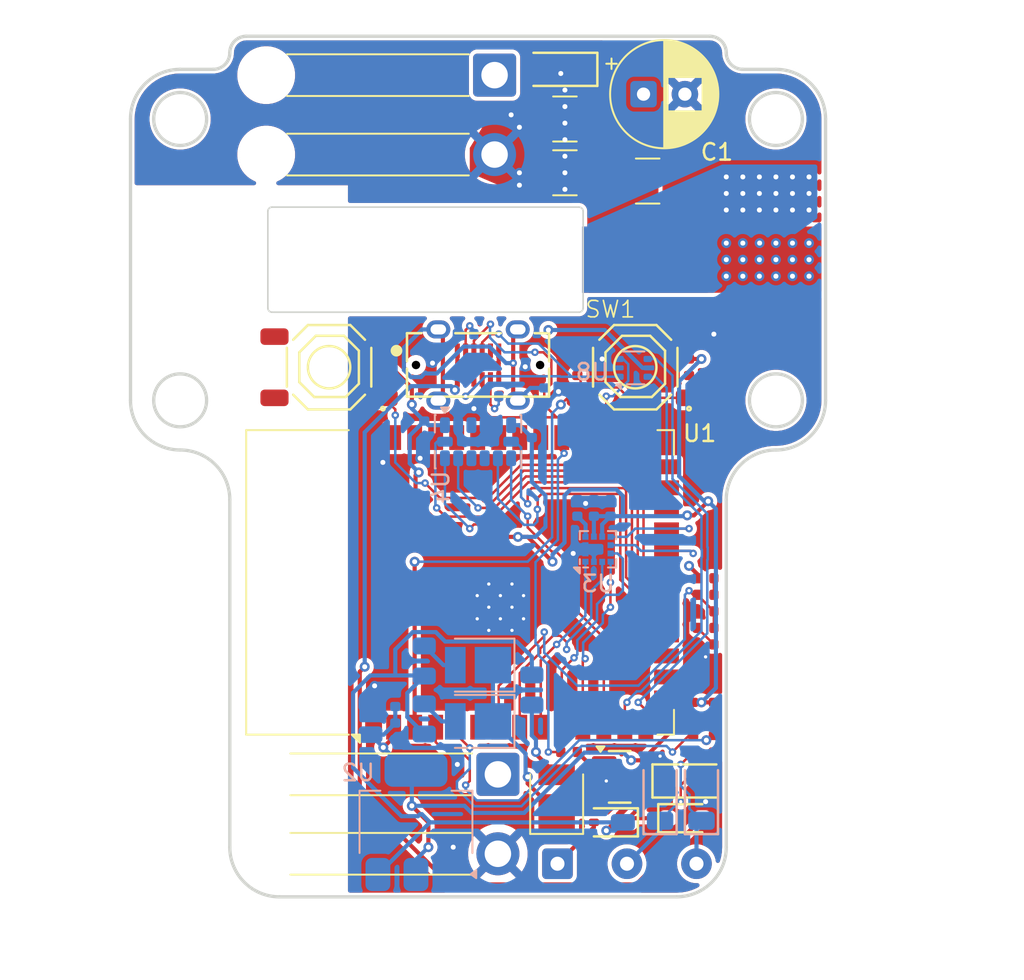
<source format=kicad_pcb>
(kicad_pcb (version 20241229) (generator "pcbnew") (generator_version "9.0")
  (layers (0 "F.Cu" signal) (4 "In1.Cu" power) (6 "In2.Cu" power) (2 "B.Cu" signal) (13 "F.Paste" user) (15 "B.Paste" user) (5 "F.SilkS" user "F.Silkscreen") (7 "B.SilkS" user "B.Silkscreen") (1 "F.Mask" user) (3 "B.Mask" user) (25 "Edge.Cuts" user))
  (net 0 "")
  (net 1 "/VBUS_DIV")
  (net 17 "VDC")
  (net 18 "GND")
  (net 19 "+5V")
  (net 20 "+3V3")
  (net 25 "Net-(U3-C1)")
  (net 26 "Net-(D1-A)")
  (net 28 "VBUS")
  (net 29 "Net-(D4-A)")
  (net 30 "Net-(D5-A)")
  (net 33 "/5V_IN")
  (net 34 "/EN")
  (net 35 "/BOOT")
  (net 37 "Net-(J5-SHIELD)")
  (net 38 "Net-(J5-CC2)")
  (net 39 "/USB_C_D+")
  (net 40 "Net-(J5-CC1)")
  (net 41 "/USB_C_D-")
  (net 43 "Net-(D1-K)")
  (net 44 "Net-(Q1-G)")
  (net 45 "/USB_D+")
  (net 46 "/USB_D-")
  (net 47 "/LED")
  (net 48 "Net-(R15-Pad1)")
  (net 49 "Net-(R17-Pad2)")
  (net 50 "/S1")
  (net 51 "/MAG_MISO")
  (net 52 "/IMU_SCK")
  (net 53 "/MAG_SCK")
  (net 54 "/MAG_DRDY")
  (net 55 "/MAG_CS")
  (net 56 "/IMU_CS")
  (net 57 "/IMU_MISO")
  (net 58 "/S2")
  (net 59 "/IMU_MOSI")
  (net 60 "/MAG_INT")
  (net 61 "/IMU_INT2")
  (net 62 "/MAG_MOSI")
  (net 63 "/IMU_INT1")
  (net 64 "/BATT1_+")
  (net 65 "/S2_C")
  (net 66 "/S1_C")
  (footprint "PCM_JLCPCB:R_0402" (layer "F.Cu") (at 105.5 129.75)
    (property "Reference" "R11" (hide yes))
    (property "Value" "1kΩ" (hide yes))
  )
  (footprint "PCM_JLCPCB:D_SOD-323" (layer "F.Cu") (at 112.5 133.75)
    (property "Reference" "D3" (hide yes))
    (property "Value" "1N5819WS")
  )
  (footprint "Connector_Wire:SolderWire-0.25sqmm_1x03_P4.2mm_D0.65mm_OD1.7mm" (layer "F.Cu") (at 104.8 136.5)
    (property "Reference" "J2" (hide yes))
    (property "Value" "Conn_01x03")
  )
  (footprint "PCM_JLCPCB:R_0402" (layer "F.Cu") (at 94.25 106.5 -90)
    (property "Reference" "R5" (hide yes))
    (property "Value" "5.1kΩ" (hide yes))
  )
  (footprint "PCM_JLCPCB:R_0402" (layer "F.Cu") (at 113 129.25 -90)
    (property "Reference" "R21" (hide yes))
    (property "Value" "1kΩ" (hide yes))
  )
  (footprint "Capacitor_SMD:C_1210_3225Metric" (layer "F.Cu") (at 105.25 94.75 180)
    (property "Reference" "C4" (hide yes))
    (property "Value" "10u")
  )
  (footprint "PCM_JLCPCB:SW-SMD_4P-L5.1-W5.1-P3.70-LS6.5-TL-2" (layer "F.Cu") (at 91 106.5 180)
    (property "Reference" "S2" (hide yes))
    (property "Value" "TS-1187A-C-C-B")
  )
  (footprint "LED_SMD:LED_PLCC_2835" (layer "F.Cu") (at 104.75 132.5 90)
    (property "Reference" "D5" (hide yes))
    (property "Value" "LED")
  )
  (footprint "Connector_Wire:SolderWire-0.75sqmm_1x02_P4.8mm_D1.25mm_OD2.3mm_Relief" (layer "F.Cu") (at 101 88.85 -90)
    (property "Reference" "J1" (hide yes))
    (property "Value" "Soldered")
  )
  (footprint "PCM_JLCPCB:R_0402" (layer "F.Cu") (at 113 127.25 -90)
    (property "Reference" "R7" (hide yes))
    (property "Value" "5.1kΩ" (hide yes))
  )
  (footprint "PCM_JLCPCB:R_0402" (layer "F.Cu") (at 113.75 122.25 180)
    (property "Reference" "R17" (hide yes))
    (property "Value" "5.1kΩ" (hide yes))
  )
  (footprint "PCM_JLCPCB:R_0402" (layer "F.Cu") (at 113.75 119.25)
    (property "Reference" "R16" (hide yes))
    (property "Value" "5.1kΩ" (hide yes))
  )
  (footprint "PCM_JLCPCB:C_0402" (layer "F.Cu") (at 106 106.5 90)
    (property "Reference" "C7" (hide yes))
    (property "Value" "100nF")
  )
  (footprint "PCM_JLCPCB:D_SOD-123FL" (layer "F.Cu") (at 112.75 131.5)
    (property "Reference" "D8" (hide yes))
    (property "Value" "SMF5.0A")
  )
  (footprint "PCM_JLCPCB:R_0402" (layer "F.Cu") (at 112.75 106.5 -90)
    (property "Reference" "R4" (hide yes))
    (property "Value" "5.1kΩ" (hide yes))
  )
  (footprint "PCM_JLCPCB:D_SOD-323" (layer "F.Cu") (at 108.05 134 180)
    (property "Reference" "D2" (hide yes))
    (property "Value" "1N5819WS")
  )
  (footprint "Capacitor_SMD:C_1210_3225Metric" (layer "F.Cu") (at 105.25 91.5 180)
    (property "Reference" "C2" (hide yes))
    (property "Value" "10u")
  )
  (footprint "PCM_JLCPCB:R_0402" (layer "F.Cu") (at 114.25 129.25 -90)
    (property "Reference" "R20" (hide yes))
    (property "Value" "1kΩ" (hide yes))
  )
  (footprint "PCM_JLCPCB:C_0402" (layer "F.Cu") (at 113.75 121.25 180)
    (property "Reference" "C30" (hide yes))
    (property "Value" "100nF")
  )
  (footprint "custom:CONN_GT-USB-7055A_GSW" (layer "F.Cu") (at 100 106.3607)
    (property "Reference" "J5" (hide yes))
    (property "Value" "VerticalUSB")
  )
  (footprint "PCM_JLCPCB:R_0402" (layer "F.Cu") (at 113.75 120.25 180)
    (property "Reference" "R15" (hide yes))
    (property "Value" "5.1kΩ" (hide yes))
  )
  (footprint "PCM_JLCPCB:Q_SOT-23" (layer "F.Cu") (at 108.56 131.25)
    (property "Reference" "Q1" (hide yes))
    (property "Value" "AO3400A")
  )
  (footprint "PCM_JLCPCB:SW-SMD_4P-L5.1-W5.1-P3.70-LS6.5-TL-2" (layer "F.Cu") (at 109.5 106.5 180)
    (property "Reference" "S1" (hide yes))
    (property "Value" "TS-1187A-C-C-B")
  )
  (footprint "custom:FingertechSwitch" (layer "F.Cu") (at 100 100 180)
    (property "Reference" "SW1")
    (property "Value" "Fingertech")
    (fp_line (start 12.7 -2.921) (end 12.7 2.921) (stroke (width 0.1)) (layer "Edge.Cuts"))
    (fp_line (start 12.446 3.175) (end -6.096 3.175) (stroke (width 0.1)) (layer "Edge.Cuts"))
    (fp_line (start -6.096 -3.175) (end 12.446 -3.175) (stroke (width 0.1)) (layer "Edge.Cuts"))
    (fp_line (start -6.35 2.921) (end -6.35 -2.921) (stroke (width 0.1)) (layer "Edge.Cuts"))
    (fp_arc (start 12.7 2.921) (mid 12.625605 3.100605) (end 12.446 3.175) (stroke (width 0.1)) (layer "Edge.Cuts"))
    (fp_arc (start 12.446 -3.175) (mid 12.625605 -3.100605) (end 12.7 -2.921) (stroke (width 0.1)) (layer "Edge.Cuts"))
    (fp_arc (start -6.096 3.175) (mid -6.275605 3.100605) (end -6.35 2.921) (stroke (width 0.1)) (layer "Edge.Cuts"))
    (fp_arc (start -6.35 -2.921) (mid -6.275605 -3.100605) (end -6.096 -3.175) (stroke (width 0.1)) (layer "Edge.Cuts"))
  )
  (footprint "PCM_JLCPCB:D_SOD-123FL" (layer "F.Cu") (at 105 88.5 180)
    (property "Reference" "D7" (hide yes))
    (property "Value" "SMF12A")
  )
  (footprint "PCM_JLCPCB:R_0402" (layer "F.Cu") (at 113.75 123.25 180)
    (property "Reference" "R18" (hide yes))
    (property "Value" "1kΩ" (hide yes))
  )
  (footprint "Capacitor_SMD:C_1210_3225Metric" (layer "F.Cu") (at 110.25 95.25)
    (property "Reference" "C3" (hide yes))
    (property "Value" "10u")
  )
  (footprint "RF_Module:ESP32-S3-WROOM-1" (layer "F.Cu") (at 98.89 119.5 90)
    (property "Reference" "U1")
    (property "Value" "ESP32-S3-WROOM-1")
  )
  (footprint "PCM_JLCPCB:R_0402" (layer "F.Cu") (at 114.25 127.25 -90)
    (property "Reference" "R6" (hide yes))
    (property "Value" "5.1kΩ" (hide yes))
  )
  (footprint "Capacitor_THT:CP_Radial_D6.3mm_P2.50mm" (layer "F.Cu") (at 110 90)
    (property "Reference" "C1")
    (property "Value" "220u")
  )
  (footprint "Connector_Wire:SolderWire-0.75sqmm_1x02_P4.8mm_D1.25mm_OD2.3mm_Relief" (layer "F.Cu") (at 101.2 131.1 -90)
    (property "Reference" "J3" (hide yes))
    (property "Value" "Soldered")
  )
  (footprint "Package_TO_SOT_SMD:SOT-666" (layer "B.Cu") (at 109.4 106.5375)
    (property "Reference" "U8")
    (property "Value" "USBLC6-2P6")
  )
  (footprint "PCM_JLCPCB:C_0805" (layer "B.Cu") (at 93.5 127.75 90)
    (property "Reference" "C6" (hide yes))
    (property "Value" "10uF")
  )
  (footprint "PCM_JLCPCB:R_0805" (layer "B.Cu") (at 96.75 127.75 90)
    (property "Reference" "R12" (hide yes))
    (property "Value" "33Ω")
  )
  (footprint "PCM_JLCPCB:R_0805" (layer "B.Cu") (at 96.75 124.25 90)
    (property "Reference" "R10" (hide yes))
    (property "Value" "33Ω")
  )
  (footprint "PCM_JLCPCB:C_0805" (layer "B.Cu") (at 108.75 133.05 90)
    (property "Reference" "C5" (hide yes))
    (property "Value" "10uF")
  )
  (footprint "PCM_JLCPCB:R_0402" (layer "B.Cu") (at 100.75 108.25 180)
    (property "Reference" "R2" (hide yes))
    (property "Value" "5.1kΩ" (hide yes))
  )
  (footprint "PCM_JLCPCB:C_0402" (layer "B.Cu") (at 108 115 90)
    (property "Reference" "C29" (hide yes))
    (property "Value" "4.7uF")
  )
  (footprint "PCM_JLCPCB:R_0402" (layer "B.Cu") (at 104 108.25 90)
    (property "Reference" "R3" (hide yes))
    (property "Value" "5.1kΩ" (hide yes))
  )
  (footprint "PCM_JLCPCB:C_0402" (layer "B.Cu") (at 103.25 110.25 90)
    (property "Reference" "C26" (hide yes))
    (property "Value" "100nF")
  )
  (footprint "PCM_JLCPCB:R_0805" (layer "B.Cu") (at 103.25 126 -90)
    (property "Reference" "R13" (hide yes))
    (property "Value" "33Ω")
  )
  (footprint "Package_LGA:LGA-12_2x2mm_P0.5mm" (layer "B.Cu") (at 107.25 117.5)
    (property "Reference" "U3")
    (property "Value" "LIS3MDL")
  )
  (footprint "LED_SMD:LED_PLCC_2835" (layer "B.Cu") (at 100 127.9 180)
    (property "Reference" "D4" (hide yes))
    (property "Value" "LED")
  )
  (footprint "Package_LGA:LGA-14_3x5mm_P0.8mm_LayoutBorder1x6y" (layer "B.Cu") (at 100 111 -90)
    (property "Reference" "U4")
    (property "Value" "ADXL375")
  )
  (footprint "PCM_JLCPCB:C_0402" (layer "B.Cu") (at 95 128.5 -90)
    (property "Reference" "C9" (hide yes))
    (property "Value" "100nF")
  )
  (footprint "PCM_JLCPCB:C_0402" (layer "B.Cu") (at 96.75 110.25 -90)
    (property "Reference" "C25" (hide yes))
    (property "Value" "100nF")
  )
  (footprint "PCM_JLCPCB:D_SOD-123FL" (layer "B.Cu") (at 111 132.5 90)
    (property "Reference" "D10" (hide yes))
    (property "Value" "SMF5.0A")
  )
  (footprint "PCM_JLCPCB:R_0402" (layer "B.Cu") (at 99.25 104.5 180)
    (property "Reference" "R1" (hide yes))
    (property "Value" "5.1kΩ" (hide yes))
  )
  (footprint "PCM_JLCPCB:C_0402" (layer "B.Cu") (at 95 126.5 90)
    (property "Reference" "C8" (hide yes))
    (property "Value" "4.7uF")
  )
  (footprint "PCM_JLCPCB:C_0402" (layer "B.Cu") (at 106 115 90)
    (property "Reference" "C27" (hide yes))
    (property "Value" "100nF")
  )
  (footprint "LED_SMD:LED_PLCC_2835" (layer "B.Cu") (at 100 124.5 180)
    (property "Reference" "D1" (hide yes))
    (property "Value" "LED")
  )
  (footprint "PCM_JLCPCB:C_0402" (layer "B.Cu") (at 107 115 90)
    (property "Reference" "C28" (hide yes))
    (property "Value" "100nF")
  )
  (footprint "PCM_JLCPCB:D_SOD-123FL" (layer "B.Cu") (at 113.5 132.5 90)
    (property "Reference" "D9" (hide yes))
    (property "Value" "SMF5.0A")
  )
  (footprint "Package_TO_SOT_SMD:SOT-223-3_TabPin2" (layer "B.Cu") (at 96.25 134 90)
    (property "Reference" "U2")
    (property "Value" "SPX1117M3")
  )
  (gr_arc (start 114 86.5) (mid 114.707107 86.792893) (end 115 87.5) (stroke (width 0.2)) (layer "Edge.Cuts"))
  (gr_circle (center 118 108.5) (end 119.6 108.5) (stroke (width 0.2)) (fill no) (layer "Edge.Cuts"))
  (gr_arc (start 116 88.5) (mid 115.292893 88.207107) (end 115 87.5) (stroke (width 0.2)) (layer "Edge.Cuts"))
  (gr_line (start 116 88.5) (end 118 88.5) (stroke (width 0.2)) (layer "Edge.Cuts"))
  (gr_arc (start 115 114.5) (mid 115.87868 112.37868) (end 118 111.5) (stroke (width 0.2)) (layer "Edge.Cuts"))
  (gr_line (start 85 114.5) (end 85 135.5) (stroke (width 0.2)) (layer "Edge.Cuts"))
  (gr_arc (start 82 111.5) (mid 79.87868 110.62132) (end 79 108.5) (stroke (width 0.2)) (layer "Edge.Cuts"))
  (gr_arc (start 118 88.5) (mid 120.12132 89.37868) (end 121 91.5) (stroke (width 0.2)) (layer "Edge.Cuts"))
  (gr_circle (center 82 108.5) (end 83.6 108.5) (stroke (width 0.2)) (fill no) (layer "Edge.Cuts"))
  (gr_line (start 82 88.5) (end 84 88.5) (stroke (width 0.2)) (layer "Edge.Cuts"))
  (gr_line (start 115 114.5) (end 115 135.5) (stroke (width 0.2)) (layer "Edge.Cuts"))
  (gr_line (start 86 86.5) (end 114 86.5) (stroke (width 0.2)) (layer "Edge.Cuts"))
  (gr_circle (center 118 91.5) (end 119.6 91.5) (stroke (width 0.2)) (fill no) (layer "Edge.Cuts"))
  (gr_arc (start 85 87.5) (mid 84.707107 88.207107) (end 84 88.5) (stroke (width 0.2)) (layer "Edge.Cuts"))
  (gr_arc (start 121 108.5) (mid 120.12132 110.62132) (end 118 111.5) (stroke (width 0.2)) (layer "Edge.Cuts"))
  (gr_arc (start 115 135.5) (mid 114.12132 137.62132) (end 112 138.5) (stroke (width 0.2)) (layer "Edge.Cuts"))
  (gr_arc (start 82 111.5) (mid 84.12132 112.37868) (end 85 114.5) (stroke (width 0.2)) (layer "Edge.Cuts"))
  (gr_line (start 88 138.5) (end 112 138.5) (stroke (width 0.2)) (layer "Edge.Cuts"))
  (gr_arc (start 79 91.5) (mid 79.87868 89.37868) (end 82 88.5) (stroke (width 0.2)) (layer "Edge.Cuts"))
  (gr_line (start 79 91.5) (end 79 108.5) (stroke (width 0.2)) (layer "Edge.Cuts"))
  (gr_line (start 121 91.5) (end 121 108.5) (stroke (width 0.2)) (layer "Edge.Cuts"))
  (gr_arc (start 85 87.5) (mid 85.292893 86.792893) (end 86 86.5) (stroke (width 0.2)) (layer "Edge.Cuts"))
  (gr_circle (center 82 91.5) (end 83.6 91.5) (stroke (width 0.2)) (fill no) (layer "Edge.Cuts"))
  (gr_arc (start 88 138.5) (mid 85.87868 137.62132) (end 85 135.5) (stroke (width 0.2)) (layer "Edge.Cuts"))
  (segment (start 113 120.25) (end 112.75 120) (width 0.15) (layer "F.Cu") (net 1))
  (segment (start 113.25 120.25) (end 113 120.25) (width 0.15) (layer "F.Cu") (net 1))
  (segment (start 101.25 125.757224) (end 101.25 128.25) (width 0.15) (layer "F.Cu") (net 1))
  (segment (start 104 122.75) (end 103.128612 123.621388) (width 0.15) (layer "F.Cu") (net 1))
  (segment (start 114.25 122.25) (end 114.25 121.25) (width 0.15) (layer "F.Cu") (net 1))
  (segment (start 103.128612 123.878612) (end 101.25 125.757224) (width 0.15) (layer "F.Cu") (net 1))
  (segment (start 103.128612 123.621388) (end 103.128612 123.878612) (width 0.15) (layer "F.Cu") (net 1))
  (segment (start 104 122.5) (end 104 122.75) (width 0.15) (layer "F.Cu") (net 1))
  (segment (start 114.25 121.25) (end 113.25 120.25) (width 0.15) (layer "F.Cu") (net 1))
  (via (at 104 122.5) (size 0.45) (drill 0.2) (layers "F.Cu" "B.Cu") (net 1))
  (via (at 112.75 120) (size 0.45) (drill 0.2) (layers "F.Cu" "B.Cu") (net 1))
  (segment (start 109.69392 125.738307) (end 105.988307 125.738307) (width 0.15) (layer "B.Cu") (net 1))
  (segment (start 112.75 120) (end 112.5 120.25) (width 0.15) (layer "B.Cu") (net 1))
  (segment (start 112.5 122.932227) (end 112.216113 123.216114) (width 0.15) (layer "B.Cu") (net 1))
  (segment (start 112.5 120.25) (end 112.5 122.932227) (width 0.15) (layer "B.Cu") (net 1))
  (segment (start 105.988307 125.738307) (end 104 123.75) (width 0.15) (layer "B.Cu") (net 1))
  (segment (start 112.216113 123.216114) (end 109.966113 125.466114) (width 0.15) (layer "B.Cu") (net 1))
  (segment (start 104 123.75) (end 104 122.5) (width 0.15) (layer "B.Cu") (net 1))
  (segment (start 109.966113 125.466114) (end 109.69392 125.738307) (width 0.15) (layer "B.Cu") (net 1))
  (segment (start 113.25 119) (end 112.75 118.5) (width 0.25) (layer "F.Cu") (net 17))
  (segment (start 113.25 119.25) (end 113.25 119) (width 0.25) (layer "F.Cu") (net 17))
  (via (at 112.75 118.5) (size 0.6) (drill 0.3) (layers "F.Cu" "B.Cu") (net 17))
  (via (at 117 100) (size 0.6) (drill 0.3) (layers "F.Cu" "B.Cu") (net 17))
  (via (at 119 100) (size 0.6) (drill 0.3) (layers "F.Cu" "B.Cu") (net 17))
  (via (at 120 99) (size 0.6) (drill 0.3) (layers "F.Cu" "B.Cu") (net 17))
  (via (at 118 99) (size 0.6) (drill 0.3) (layers "F.Cu" "B.Cu") (net 17))
  (via (at 120 101) (size 0.6) (drill 0.3) (layers "F.Cu" "B.Cu") (net 17))
  (via (at 116 101) (size 0.6) (drill 0.3) (layers "F.Cu" "B.Cu") (net 17))
  (via (at 115 100) (size 0.6) (drill 0.3) (layers "F.Cu" "B.Cu") (net 17))
  (via (at 116 100) (size 0.6) (drill 0.3) (layers "F.Cu" "B.Cu") (net 17))
  (via (at 117 101) (size 0.6) (drill 0.3) (layers "F.Cu" "B.Cu") (net 17))
  (via (at 120 100) (size 0.6) (drill 0.3) (layers "F.Cu" "B.Cu") (net 17))
  (via (at 116 99) (size 0.6) (drill 0.3) (layers "F.Cu" "B.Cu") (net 17))
  (via (at 115 99) (size 0.6) (drill 0.3) (layers "F.Cu" "B.Cu") (net 17))
  (via (at 118 101) (size 0.6) (drill 0.3) (layers "F.Cu" "B.Cu") (net 17))
  (via (at 119 101) (size 0.6) (drill 0.3) (layers "F.Cu" "B.Cu") (net 17))
  (via (at 117.01404 98.997971) (size 0.6) (drill 0.3) (layers "F.Cu" "B.Cu") (net 17))
  (via (at 118 100) (size 0.6) (drill 0.3) (layers "F.Cu" "B.Cu") (net 17))
  (via (at 119 99) (size 0.6) (drill 0.3) (layers "F.Cu" "B.Cu") (net 17))
  (via (at 115 101) (size 0.6) (drill 0.3) (layers "F.Cu" "B.Cu") (net 17))
  (segment (start 111.725 95.25) (end 111.725 90.775) (width 0.25) (layer "F.Cu") (net 18))
  (segment (start 106 106) (end 107.5 106) (width 0.25) (layer "F.Cu") (net 18))
  (segment (start 107.62 132.2) (end 107.62 131.63) (width 0.25) (layer "F.Cu") (net 18))
  (segment (start 113.25 121.25) (end 112.644 121.856) (width 0.25) (layer "F.Cu") (net 18))
  (segment (start 106.2 104.65) (end 106.2 105.8) (width 0.25) (layer "F.Cu") (net 18))
  (segment (start 106.2 105.8) (end 106 106) (width 0.25) (layer "F.Cu") (net 18))
  (segment (start 93.63 125.87) (end 93.75 125.75) (width 0.25) (layer "F.Cu") (net 18))
  (segment (start 102.75 106.572119) (end 102.75 107.23) (width 0.25) (layer "F.Cu") (net 18))
  (segment (start 97.25 105.5) (end 97.25 107.23) (width 0.25) (layer "F.Cu") (net 18))
  (segment (start 112.8 104.65) (end 114.1 104.65) (width 0.25) (layer "F.Cu") (net 18))
  (segment (start 113.25 123.25) (end 113.25 123.5) (width 0.25) (layer "F.Cu") (net 18))
  (segment (start 102.75 106.25) (end 102.75 107.23) (width 0.25) (layer "F.Cu") (net 18))
  (segment (start 111.725 90.775) (end 112.5 90) (width 0.25) (layer "F.Cu") (net 18))
  (segment (start 102.852118 106.470001) (end 102.75 106.572119) (width 0.25) (layer "F.Cu") (net 18))
  (segment (start 112.644 121.856) (end 112.644 122.644) (width 0.25) (layer "F.Cu") (net 18))
  (segment (start 113.25 123.5) (end 113.75 124) (width 0.25) (layer "F.Cu") (net 18))
  (segment (start 114.1 104.65) (end 114.25 104.5) (width 0.25) (layer "F.Cu") (net 18))
  (segment (start 102.75 105.5) (end 102.75 106.25) (width 0.25) (layer "F.Cu") (net 18))
  (segment (start 93.63 110.75) (end 93.63 111.63) (width 0.25) (layer "F.Cu") (net 18))
  (segment (start 112.644 122.644) (end 113.25 123.25) (width 0.25) (layer "F.Cu") (net 18))
  (segment (start 93.63 111.63) (end 94.25 112.25) (width 0.25) (layer "F.Cu") (net 18))
  (segment (start 107.62 131.63) (end 107.75 131.5) (width 0.25) (layer "F.Cu") (net 18))
  (segment (start 93.63 128.25) (end 93.63 125.87) (width 0.25) (layer "F.Cu") (net 18))
  (segment (start 114.15 131.5) (end 114.15 132.35) (width 0.25) (layer "F.Cu") (net 18))
  (segment (start 94.3 104.65) (end 95.65 104.65) (width 0.25) (layer "F.Cu") (net 18))
  (segment (start 95.65 104.65) (end 97.25 106.25) (width 0.25) (layer "F.Cu") (net 18))
  (segment (start 114.15 132.35) (end 113.75 132.75) (width 0.25) (layer "F.Cu") (net 18))
  (segment (start 114.15 131.85) (end 114.15 131.5) (width 0.25) (layer "F.Cu") (net 18))
  (via (at 105.25 94.75) (size 0.6) (drill 0.3) (layers "F.Cu" "B.Cu") (net 18))
  (via (at 96.5 112) (size 0.6) (drill 0.3) (layers "F.Cu" "B.Cu") (net 18))
  (via (at 114.25 104.5) (size 0.6) (drill 0.3) (layers "F.Cu" "B.Cu") (net 18))
  (via (at 105.25 89.75) (size 0.6) (drill 0.3) (layers "F.Cu" "B.Cu") (net 18))
  (via (at 94.25 112.25) (size 0.6) (drill 0.3) (layers "F.Cu" "B.Cu") (net 18))
  (via (at 98.5 135.5) (size 0.6) (drill 0.3) (layers "F.Cu" "B.Cu") (net 18))
  (via (at 102.852118 106.470001) (size 0.6) (drill 0.3) (layers "F.Cu" "B.Cu") (net 18))
  (via (at 105.25 90.75) (size 0.6) (drill 0.3) (layers "F.Cu" "B.Cu") (net 18))
  (via (at 102 91.25) (size 0.6) (drill 0.3) (layers "F.Cu" "B.Cu") (net 18))
  (via (at 102.5 95.5) (size 0.6) (drill 0.3) (layers "F.Cu" "B.Cu") (net 18))
  (via (at 107.75 131.5) (size 0.45) (drill 0.2) (layers "F.Cu" "B.Cu") (net 18))
  (via (at 98.75 130.5) (size 0.6) (drill 0.3) (layers "F.Cu" "B.Cu") (net 18))
  (via (at 104.861095 107.970352) (size 0.6) (drill 0.3) (layers "F.Cu" "B.Cu") (net 18))
  (via (at 113.75 132.75) (size 0.6) (drill 0.3) (layers "F.Cu" "B.Cu") (net 18))
  (via (at 93.75 125.75) (size 0.6) (drill 0.3) (layers "F.Cu" "B.Cu") (net 18))
  (via (at 105 88.75) (size 0.6) (drill 0.3) (layers "F.Cu" "B.Cu") (net 18))
  (via (at 105.25 93.75) (size 0.6) (drill 0.3) (layers "F.Cu" "B.Cu") (net 18))
  (via (at 99.75 109) (size 0.6) (drill 0.3) (layers "F.Cu" "B.Cu") (net 18))
  (via (at 106.5 114.729) (size 0.6) (drill 0.3) (layers "F.Cu" "B.Cu") (net 18))
  (via (at 107.5 106) (size 0.6) (drill 0.3) (layers "F.Cu" "B.Cu") (net 18))
  (via (at 113.75 124) (size 0.45) (drill 0.2) (layers "F.Cu" "B.Cu") (net 18))
  (via (at 105.25 95.75) (size 0.6) (drill 0.3) (layers "F.Cu" "B.Cu") (net 18))
  (via (at 102.5 94.75) (size 0.6) (drill 0.3) (layers "F.Cu" "B.Cu") (net 18))
  (via (at 111 130) (size 0.45) (drill 0.2) (layers "F.Cu" "B.Cu") (net 18))
  (via (at 105.25 92.75) (size 0.6) (drill 0.3) (layers "F.Cu" "B.Cu") (net 18))
  (via (at 105.25 91.75) (size 0.6) (drill 0.3) (layers "F.Cu" "B.Cu") (net 18))
  (via (at 105.75 117.75) (size 0.6) (drill 0.3) (layers "F.Cu" "B.Cu") (net 18))
  (via (at 97.25 106.25) (size 0.6) (drill 0.3) (layers "F.Cu" "B.Cu") (net 18))
  (via (at 102.5 92) (size 0.6) (drill 0.3) (layers "F.Cu" "B.Cu") (net 18))
  (segment (start 113.5 132.5) (end 113.5 131.1) (width 0.25) (layer "B.Cu") (net 18))
  (segment (start 98.55 135.55) (end 98.5 135.5) (width 0.25) (layer "B.Cu") (net 18))
  (segment (start 95.5 129.5) (end 97.5 129.5) (width 0.25) (layer "B.Cu") (net 18))
  (segment (start 97.975412 129.5) (end 98.75 130.274588) (width 0.25) (layer "B.Cu") (net 18))
  (segment (start 100.4 110) (end 100.4 109) (width 0.25) (layer "B.Cu") (net 18))
  (segment (start 106.5 117.75) (end 106.74375 117.50625) (width 0.25) (layer "B.Cu") (net 18))
  (segment (start 98.75 104.5) (end 98.75 104.75) (width 0.25) (layer "B.Cu") (net 18))
  (segment (start 98.55 137.15) (end 98.55 135.55) (width 0.25) (layer "B.Cu") (net 18))
  (segment (start 95 129) (end 95.5 129.5) (width 0.25) (layer "B.Cu") (net 18))
  (segment (start 107 117.7625) (end 106.74375 117.50625) (width 0.25) (layer "B.Cu") (net 18))
  (segment (start 108 114.5) (end 106 114.5) (width 0.25) (layer "B.Cu") (net 18))
  (segment (start 100.25 109) (end 100 109) (width 0.25) (layer "B.Cu") (net 18))
  (segment (start 106.4875 117.75) (end 105.75 117.75) (width 0.25) (layer "B.Cu") (net 18))
  (segment (start 96.75 111.75) (end 96.5 112) (width 0.25) (layer "B.Cu") (net 18))
  (segment (start 104 108.75) (end 104.081447 108.75) (width 0.25) (layer "B.Cu") (net 18))
  (segment (start 107.75 131.5) (end 108.15 131.5) (width 0.25) (layer "B.Cu") (net 18))
  (segment (start 100.4 109) (end 100.4 108.4) (width 0.25) (layer "B.Cu") (net 18))
  (segment (start 97.5 129.5) (end 97.975412 129.5) (width 0.25) (layer "B.Cu") (net 18))
  (segment (start 107 114.5) (end 106.729 114.5) (width 0.2) (layer "B.Cu") (net 18))
  (segment (start 113.75 132.75) (end 113.5 132.5) (width 0.25) (layer "B.Cu") (net 18))
  (segment (start 106.74375 117.50625) (end 106.4875 117.25) (width 0.25) (layer "B.Cu") (net 18))
  (segment (start 93.75 125.75) (end 93.75 126.55) (width 0.25) (layer "B.Cu") (net 18))
  (segment (start 111 131.1) (end 111 130) (width 0.25) (layer "B.Cu") (net 18))
  (segment (start 100.4 109) (end 100.25 109) (width 0.25) (layer "B.Cu") (net 18))
  (segment (start 104.081447 108.75) (end 104.861095 107.970352) (width 0.25) (layer "B.Cu") (net 18))
  (segment (start 106.4875 117.25) (end 106.25 117.25) (width 0.25) (layer "B.Cu") (net 18))
  (segment (start 108.15 131.5) (end 108.75 132.1) (width 0.25) (layer "B.Cu") (net 18))
  (segment (start 98.75 130.274588) (end 98.75 130.5) (width 0.25) (layer "B.Cu") (net 18))
  (segment (start 96.75 110.75) (end 96.75 111.75) (width 0.25) (layer "B.Cu") (net 18))
  (segment (start 98.8 110) (end 98.8 109.647678) (width 0.25) (layer "B.Cu") (net 18))
  (segment (start 94 126) (end 93.75 125.75) (width 0.25) (layer "B.Cu") (net 18))
  (segment (start 106.25 117.25) (end 105.75 117.75) (width 0.25) (layer "B.Cu") (net 18))
  (segment (start 106.729 114.5) (end 106.5 114.729) (width 0.2) (layer "B.Cu") (net 18))
  (segment (start 107 118.2625) (end 107 117.7625) (width 0.25) (layer "B.Cu") (net 18))
  (segment (start 106.4875 117.75) (end 106.5 117.75) (width 0.25) (layer "B.Cu") (net 18))
  (segment (start 108.0375 106.5375) (end 107.5 106) (width 0.25) (layer "B.Cu") (net 18))
  (segment (start 99.447678 109) (end 100.25 109) (width 0.25) (layer "B.Cu") (net 18))
  (segment (start 103.25 109.75) (end 103.25 109.5) (width 0.25) (layer "B.Cu") (net 18))
  (segment (start 98.8 109.647678) (end 99.447678 109) (width 0.25) (layer "B.Cu") (net 18))
  (segment (start 95 126) (end 94 126) (width 0.25) (layer "B.Cu") (net 18))
  (segment (start 101.2 110) (end 100.4 110) (width 0.25) (layer "B.Cu") (net 18))
  (segment (start 93.75 126.55) (end 93.5 126.8) (width 0.25) (layer "B.Cu") (net 18))
  (segment (start 100.4 108.4) (end 100.25 108.25) (width 0.25) (layer "B.Cu") (net 18))
  (segment (start 108.475 106.5375) (end 108.0375 106.5375) (width 0.25) (layer "B.Cu") (net 18))
  (segment (start 103.25 109.5) (end 104 108.75) (width 0.25) (layer "B.Cu") (net 18))
  (segment (start 98.75 104.75) (end 97.25 106.25) (width 0.25) (layer "B.Cu") (net 18))
  (segment (start 109.1 133.75) (end 109.1 134) (width 0.25) (layer "F.Cu") (net 19))
  (segment (start 111.35 131.5) (end 109.1 133.75) (width 0.25) (layer "F.Cu") (net 19))
  (segment (start 111.45 133.75) (end 109.35 133.75) (width 0.25) (layer "F.Cu") (net 19))
  (segment (start 109.1 134) (end 108.25 134) (width 0.25) (layer "F.Cu") (net 19))
  (segment (start 109.35 133.75) (end 109.1 134) (width 0.25) (layer "F.Cu") (net 19))
  (segment (start 108.25 134) (end 107.75 134.5) (width 0.25) (layer "F.Cu") (net 19))
  (via (at 107.75 134.5) (size 0.6) (drill 0.3) (layers "F.Cu" "B.Cu") (net 19))
  (segment (start 102.326 123.074) (end 98.016194 123.074) (width 0.25) (layer "B.Cu") (net 19))
  (segment (start 95.724 127.634) (end 96.75 128.66) (width 0.25) (layer "B.Cu") (net 19))
  (segment (start 97.1 134) (end 108.75 134) (width 0.25) (layer "B.Cu") (net 19))
  (segment (start 96.5 133.5) (end 96.374 133.626) (width 0.25) (layer "B.Cu") (net 19))
  (segment (start 96.6 133.5) (end 96.5 133.5) (width 0.25) (layer "B.Cu") (net 19))
  (segment (start 107.75 134.5) (end 108.25 134.5) (width 0.25) (layer "B.Cu") (net 19))
  (segment (start 98.016194 123.074) (end 97.446194 122.504) (width 0.25) (layer "B.Cu") (net 19))
  (segment (start 95 125.124) (end 96.714 125.124) (width 0.25) (layer "B.Cu") (net 19))
  (segment (start 92.449 130.699) (end 92.449 126.165702) (width 0.25) (layer "B.Cu") (net 19))
  (segment (start 95 123.557806) (end 95 125.124) (width 0.25) (layer "B.Cu") (net 19))
  (segment (start 96.374 133.626) (end 95.376 133.626) (width 0.25) (layer "B.Cu") (net 19))
  (segment (start 96.053806 122.504) (end 95 123.557806) (width 0.25) (layer "B.Cu") (net 19))
  (segment (start 92.449 126.165702) (end 93.490702 125.124) (width 0.25) (layer "B.Cu") (net 19))
  (segment (start 108.25 134.5) (end 108.75 134) (width 0.25) (layer "B.Cu") (net 19))
  (segment (start 95.724 126.186) (end 95.724 127.634) (width 0.25) (layer "B.Cu") (net 19))
  (segment (start 97.446194 122.504) (end 96.053806 122.504) (width 0.25) (layer "B.Cu") (net 19))
  (segment (start 103.25 125.09) (end 103.25 123.998) (width 0.25) (layer "B.Cu") (net 19))
  (segment (start 103.25 123.998) (end 102.326 123.074) (width 0.25) (layer "B.Cu") (net 19))
  (segment (start 96.75 125.16) (end 95.724 126.186) (width 0.25) (layer "B.Cu") (net 19))
  (segment (start 93.490702 125.124) (end 95 125.124) (width 0.25) (layer "B.Cu") (net 19))
  (segment (start 96.714 125.124) (end 96.75 125.16) (width 0.25) (layer "B.Cu") (net 19))
  (segment (start 93.95 137.15) (end 97.1 134) (width 0.25) (layer "B.Cu") (net 19))
  (segment (start 97.1 134) (end 96.6 133.5) (width 0.25) (layer "B.Cu") (net 19))
  (segment (start 95.376 133.626) (end 92.449 130.699) (width 0.25) (layer "B.Cu") (net 19))
  (segment (start 97 134) (end 96 133) (width 0.25) (layer "F.Cu") (net 20))
  (segment (start 98.511412 116.826) (end 100.47995 116.826) (width 0.25) (layer "F.Cu") (net 20))
  (segment (start 102.41 116.75) (end 100.55595 116.75) (width 0.25) (layer "F.Cu") (net 20))
  (segment (start 94.9 128.85) (end 94.9 128.25) (width 0.25) (layer "F.Cu") (net 20))
  (segment (start 113 126.75) (end 114.25 126.75) (width 0.25) (layer "F.Cu") (net 20))
  (segment (start 113.5 106) (end 112.75 106) (width 0.25) (layer "F.Cu") (net 20))
  (segment (start 109.25 130.25) (end 109.916 130.25) (width 0.25) (layer "F.Cu") (net 20))
  (segment (start 100.55595 116.75) (end 100.47995 116.826) (width 0.25) (layer "F.Cu") (net 20))
  (segment (start 94.25 106) (end 96 107.75) (width 0.25) (layer "F.Cu") (net 20))
  (segment (start 97 135.5) (end 97 134) (width 0.25) (layer "F.Cu") (net 20))
  (segment (start 112.639999 115.449562) (end 113.050438 115.449562) (width 0.25) (layer "F.Cu") (net 20))
  (segment (start 112.364 127.386) (end 113 126.75) (width 0.25) (layer "F.Cu") (net 20))
  (segment (start 109.916 130.25) (end 112.364 127.802) (width 0.25) (layer "F.Cu") (net 20))
  (segment (start 96.417089 112.853916) (end 96.224 113.047005) (width 0.25) (layer "F.Cu") (net 20))
  (segment (start 96.224 113.047005) (end 96.224 114.538588) (width 0.25) (layer "F.Cu") (net 20))
  (segment (start 113.050438 115.449562) (end 113.906587 114.593413) (width 0.25) (layer "F.Cu") (net 20))
  (segment (start 104.5 118.25) (end 103 116.75) (width 0.25) (layer "F.Cu") (net 20))
  (segment (start 103 116.75) (end 102.41 116.75) (width 0.25) (layer "F.Cu") (net 20))
  (segment (start 96.224 114.538588) (end 98.511412 116.826) (width 0.25) (layer "F.Cu") (net 20))
  (segment (start 94.275 129.475) (end 94.9 128.85) (width 0.25) (layer "F.Cu") (net 20))
  (segment (start 96 107.75) (end 96 108.75) (width 0.25) (layer "F.Cu") (net 20))
  (segment (start 112.364 127.802) (end 112.364 127.386) (width 0.25) (layer "F.Cu") (net 20))
  (via (at 102.41 116.75) (size 0.6) (drill 0.3) (layers "F.Cu" "B.Cu") (net 20))
  (via (at 96 108.75) (size 0.6) (drill 0.3) (layers "F.Cu" "B.Cu") (net 20))
  (via (at 113.906587 114.593413) (size 0.6) (drill 0.3) (layers "F.Cu" "B.Cu") (net 20))
  (via (at 104.5 118.25) (size 0.6) (drill 0.3) (layers "F.Cu" "B.Cu") (net 20))
  (via (at 109.25 130.25) (size 0.6) (drill 0.3) (layers "F.Cu" "B.Cu") (net 20))
  (via (at 112.639999 115.449562) (size 0.6) (drill 0.3) (layers "F.Cu" "B.Cu") (net 20))
  (via (at 113.5 106) (size 0.6) (drill 0.3) (layers "F.Cu" "B.Cu") (net 20))
  (via (at 96 133) (size 0.6) (drill 0.3) (layers "F.Cu" "B.Cu") (net 20))
  (via (at 94.275 129.475) (size 0.6) (drill 0.3) (layers "F.Cu" "B.Cu") (net 20))
  (via (at 113.5 126.75) (size 0.6) (drill 0.3) (layers "F.Cu" "B.Cu") (net 20))
  (via (at 96.417089 112.853916) (size 0.6) (drill 0.3) (layers "F.Cu" "B.Cu") (net 20))
  (via (at 97 135.5) (size 0.6) (drill 0.3) (layers "F.Cu" "B.Cu") (net 20))
  (segment (start 104.53355 117.78355) (end 104.5 117.8171) (width 0.25) (layer "B.Cu") (net 20))
  (segment (start 95.874 112.310827) (end 96.417089 112.853916) (width 0.25) (layer "B.Cu") (net 20))
  (segment (start 102.5 110) (end 102 110) (width 0.25) (layer "B.Cu") (net 20))
  (segment (start 105.357146 130.857146) (end 106.42725 129.787042) (width 0.25) (layer "B.Cu") (net 20))
  (segment (start 114.374 125.876) (end 114.374 115.060826) (width 0.25) (layer "B.Cu") (net 20))
  (segment (start 103.25 110.75) (end 103.25 113.427) (width 0.25) (layer "B.Cu") (net 20))
  (segment (start 96 133) (end 99.185708 133) (width 0.25) (layer "B.Cu") (net 20))
  (segment (start 95.874 110.626) (end 95.874 112.310827) (width 0.25) (layer "B.Cu") (net 20))
  (segment (start 103.468784 116.75) (end 104.073 116.145784) (width 0.25) (layer "B.Cu") (net 20))
  (segment (start 112.151 107.349) (end 113.5 106) (width 0.25) (layer "B.Cu") (net 20))
  (segment (start 104.5 117.8171) (end 104.5 118.25) (width 0.25) (layer "B.Cu") (net 20))
  (segment (start 105.226 117.0911) (end 104.53355 117.78355) (width 0.25) (layer "B.Cu") (net 20))
  (segment (start 96 133) (end 96 131.1) (width 0.25) (layer "B.Cu") (net 20))
  (segment (start 94.3 128.7) (end 95 128) (width 0.25) (layer "B.Cu") (net 20))
  (segment (start 108.75 114.277096) (end 108.366904 113.894) (width 0.25) (layer "B.Cu") (net 20))
  (segment (start 96.25 137.15) (end 96.25 136.25) (width 0.25) (layer "B.Cu") (net 20))
  (segment (start 113.5 126.75) (end 114.374 125.876) (width 0.25) (layer "B.Cu") (net 20))
  (segment (start 95 128) (end 95 127) (width 0.25) (layer "B.Cu") (net 20))
  (segment (start 96 109) (end 96.75 109.75) (width 0.25) (layer "B.Cu") (net 20))
  (segment (start 105.226 116.5) (end 105.226 117.0911) (width 0.25) (layer "B.Cu") (net 20))
  (segment (start 103.25 113.427) (end 104.073 114.25) (width 0.25) (layer "B.Cu") (net 20))
  (segment (start 114.374 115.060826) (end 113.906587 114.593413) (width 0.25) (layer "B.Cu") (net 20))
  (segment (start 108.366904 113.894) (end 105.582 113.894) (width 0.25) (layer "B.Cu") (net 20))
  (segment (start 98 110) (end 97 110) (width 0.25) (layer "B.Cu") (net 20))
  (segment (start 108 115.5) (end 108.75 115.5) (width 0.25) (layer "B.Cu") (net 20))
  (segment (start 96.25 130.85) (end 95.65 130.85) (width 0.25) (layer "B.Cu") (net 20))
  (segment (start 96.75 109.75) (end 95.874 110.626) (width 0.25) (layer "B.Cu") (net 20))
  (segment (start 96 131.1) (end 96.25 130.85) (width 0.25) (layer "B.Cu") (net 20))
  (segment (start 93.5 128.7) (end 94.3 128.7) (width 0.25) (layer "B.Cu") (net 20))
  (segment (start 107 116.7375) (end 107 115.5) (width 0.25) (layer "B.Cu") (net 20))
  (segment (start 107 115.5) (end 108 115.5) (width 0.25) (layer "B.Cu") (net 20))
  (segment (start 104.073 114.25) (end 104.073 114.757181) (width 0.25) (layer "B.Cu") (net 20))
  (segment (start 96 108.75) (end 96 109) (width 0.25) (layer "B.Cu") (net 20))
  (segment (start 96.25 136.25) (end 97 135.5) (width 0.25) (layer "B.Cu") (net 20))
  (segment (start 106.75 129.787042) (end 108.787042 129.787042) (width 0.25) (layer "B.Cu") (net 20))
  (segment (start 108.75 115.5) (end 112.589561 115.5) (width 0.25) (layer "B.Cu") (net 20))
  (segment (start 107.5 116.7375) (end 107.5 116) (width 0.25) (layer "B.Cu") (net 20))
  (segment (start 99.185708 133) (end 99.613708 133.428) (width 0.25) (layer "B.Cu") (net 20))
  (segment (start 108.787042 129.787042) (end 109.25 130.25) (width 0.25) (layer "B.Cu") (net 20))
  (segment (start 105.582 113.894) (end 105.226 114.25) (width 0.25) (layer "B.Cu") (net 20))
  (segment (start 105.226 114.25) (end 105.226 116.5) (width 0.25) (layer "B.Cu") (net 20))
  (segment (start 102.41 116.75) (end 103.468784 116.75) (width 0.25) (layer "B.Cu") (net 20))
  (segment (start 99.613708 133.428) (end 102.786293 133.428) (width 0.25) (layer "B.Cu") (net 20))
  (segment (start 113.660513 114.593413) (end 112.151 113.0839) (width 0.25) (layer "B.Cu") (net 20))
  (segment (start 112.151 113.0839) (end 112.151 107.349) (width 0.25) (layer "B.Cu") (net 20))
  (segment (start 93.5 128.7) (end 95.65 130.85) (width 0.25) (layer "B.Cu") (net 20))
  (segment (start 97 110) (end 96.75 109.75) (width 0.25) (layer "B.Cu") (net 20))
  (segment (start 113.906587 114.593413) (end 113.660513 114.593413) (width 0.25) (layer "B.Cu") (net 20))
  (segment (start 104.112088 114.796269) (end 104.073 114.757181) (width 0.15) (layer "B.Cu") (net 20))
  (segment (start 104.073 116.145784) (end 104.073 115.637912) (width 0.25) (layer "B.Cu") (net 20))
  (segment (start 103.25 110.75) (end 102.5 110) (width 0.25) (layer "B.Cu") (net 20))
  (segment (start 108.75 115.5) (end 108.75 114.277096) (width 0.25) (layer "B.Cu") (net 20))
  (segment (start 106.42725 129.787042) (end 106.75 129.787042) (width 0.25) (layer "B.Cu") (net 20))
  (segment (start 104.112088 115.637912) (end 104.112088 114.796269) (width 0.15) (layer "B.Cu") (net 20))
  (segment (start 112.589561 115.5) (end 112.639999 115.449562) (width 0.25) (layer "B.Cu") (net 20))
  (segment (start 107.5 116) (end 108 115.5) (width 0.25) (layer "B.Cu") (net 20))
  (segment (start 102.786293 133.428) (end 105.357146 130.857146) (width 0.25) (layer "B.Cu") (net 20))
  (segment (start 106 115.5) (end 106.5 116) (width 0.25) (layer "B.Cu") (net 25))
  (segment (start 106.5 116) (end 106.5 116.7375) (width 0.25) (layer "B.Cu") (net 25))
  (segment (start 106.5 116.7375) (end 106.4875 116.75) (width 0.25) (layer "B.Cu") (net 25))
  (segment (start 97.91 124.5) (end 96.75 123.34) (width 0.25) (layer "B.Cu") (net 26))
  (segment (start 98.625 124.5) (end 97.91 124.5) (width 0.25) (layer "B.Cu") (net 26))
  (segment (start 98.75 105.5) (end 98.75 106.25) (width 0.25) (layer "F.Cu") (net 28))
  (segment (start 101.25 107.23) (end 101.25 106.25) (width 0.25) (layer "F.Cu") (net 28))
  (segment (start 98.7578 106.2578) (end 98.75 106.25) (width 0.25) (layer "F.Cu") (net 28))
  (segment (start 98.75 107.23) (end 98.75 107.723973) (width 0.25) (layer "F.Cu") (net 28))
  (segment (start 101.2422 106.2578) (end 98.7578 106.2578) (width 0.25) (layer "F.Cu") (net 28))
  (segment (start 109.549 137.751) (end 98.293 137.751) (width 0.25) (layer "F.Cu") (net 28))
  (segment (start 101.25 106.25) (end 101.25 105.5) (width 0.25) (layer "F.Cu") (net 28))
  (segment (start 92.854 124.896895) (end 93.152457 124.598438) (width 0.25) (layer "F.Cu") (net 28))
  (segment (start 98.75 106.25) (end 98.75 107.23) (width 0.25) (layer "F.Cu") (net 28))
  (segment (start 98.293 137.751) (end 92.854 132.312) (width 0.25) (layer "F.Cu") (net 28))
  (segment (start 101.2422 106.274878) (end 101.2422 106.2578) (width 0.25) (layer "F.Cu") (net 28))
  (segment (start 101.25 106.25) (end 101.2422 106.2578) (width 0.25) (layer "F.Cu") (net 28))
  (segment (start 113.55 133.75) (end 109.549 137.751) (width 0.25) (layer "F.Cu") (net 28))
  (segment (start 98.75 107.723973) (end 98.602572 107.871401) (width 0.25) (layer "F.Cu") (net 28))
  (segment (start 92.854 132.312) (end 92.854 124.896895) (width 0.25) (layer "F.Cu") (net 28))
  (via (at 104.25 104.25) (size 0.6) (drill 0.3) (layers "F.Cu" "B.Cu") (net 28))
  (via (at 98.602572 107.871401) (size 0.6) (drill 0.3) (layers "F.Cu" "B.Cu") (net 28))
  (via (at 93.152457 124.598438) (size 0.6) (drill 0.3) (layers "F.Cu" "B.Cu") (net 28))
  (segment (start 98.373961 107.64279) (end 98.602572 107.871401) (width 0.25) (layer "B.Cu") (net 28))
  (segment (start 93.152457 124.598438) (end 93.152457 110.432955) (width 0.25) (layer "B.Cu") (net 28))
  (segment (start 95.942622 107.64279) (end 98.373961 107.64279) (width 0.25) (layer "B.Cu") (net 28))
  (segment (start 109.941286 106.5375) (end 107.653786 104.25) (width 0.25) (layer "B.Cu") (net 28))
  (segment (start 107.653786 104.25) (end 104.25 104.25) (width 0.25) (layer "B.Cu") (net 28))
  (segment (start 93.152457 110.432955) (end 95.942622 107.64279) (width 0.25) (layer "B.Cu") (net 28))
  (segment (start 110.325 106.5375) (end 109.941286 106.5375) (width 0.25) (layer "B.Cu") (net 28))
  (segment (start 98.625 127.9) (end 97.81 127.9) (width 0.25) (layer "B.Cu") (net 29))
  (segment (start 97.81 127.9) (end 96.75 126.84) (width 0.25) (layer "B.Cu") (net 29))
  (segment (start 104.75 131.125) (end 103.5 129.875) (width 0.25) (layer "F.Cu") (net 30))
  (segment (start 103.5 129.875) (end 103.5 129.75) (width 0.25) (layer "F.Cu") (net 30))
  (via (at 103.5 129.75) (size 0.6) (drill 0.3) (layers "F.Cu" "B.Cu") (net 30))
  (segment (start 103.5 129) (end 103.25 128.75) (width 0.25) (layer "B.Cu") (net 30))
  (segment (start 103.5 129.75) (end 103.5 129) (width 0.25) (layer "B.Cu") (net 30))
  (segment (start 103.25 128.75) (end 103.25 126.91) (width 0.25) (layer "B.Cu") (net 30))
  (segment (start 107 134.3) (end 104.8 136.5) (width 0.25) (layer "F.Cu") (net 33))
  (segment (start 107 134) (end 107 134.3) (width 0.25) (layer "F.Cu") (net 33))
  (segment (start 106.2 108.35) (end 106.2 107.2) (width 0.15) (layer "F.Cu") (net 34))
  (segment (start 105.411932 108.35) (end 105.002983 108.758949) (width 0.15) (layer "F.Cu") (net 34))
  (segment (start 106.826 107.724) (end 108.474 107.724) (width 0.15) (layer "F.Cu") (net 34))
  (segment (start 106.2 107.2) (end 106 107) (width 0.15) (layer "F.Cu") (net 34))
  (segment (start 106.2 108.35) (end 106.826 107.724) (width 0.15) (layer "F.Cu") (net 34))
  (segment (start 108.474 107.724) (end 109.1 108.35) (width 0.15) (layer "F.Cu") (net 34))
  (segment (start 109.1 108.35) (end 112.8 108.35) (width 0.15) (layer "F.Cu") (net 34))
  (segment (start 112.8 108.35) (end 112.8 107.05) (width 0.15) (layer "F.Cu") (net 34))
  (segment (start 96.17 128.25) (end 96.17 118.25) (width 0.25) (layer "F.Cu") (net 34))
  (segment (start 106.2 108.35) (end 105.411932 108.35) (width 0.15) (layer "F.Cu") (net 34))
  (segment (start 112.8 107.05) (end 112.75 107) (width 0.15) (layer "F.Cu") (net 34))
  (via (at 105.002983 108.758949) (size 0.6) (drill 0.3) (layers "F.Cu" "B.Cu") (net 34))
  (via (at 96.17 118.25) (size 0.6) (drill 0.3) (layers "F.Cu" "B.Cu") (net 34))
  (segment (start 105.002983 108.758949) (end 104.474 109.287932) (width 0.15) (layer "B.Cu") (net 34))
  (segment (start 103 118.25) (end 96.17 118.25) (width 0.15) (layer "B.Cu") (net 34))
  (segment (start 104.474 109.287932) (end 104.474 116.776) (width 0.15) (layer "B.Cu") (net 34))
  (segment (start 104.474 116.776) (end 103 118.25) (width 0.15) (layer "B.Cu") (net 34))
  (segment (start 102.601 112.399) (end 102.3 112.7) (width 0.15) (layer "F.Cu") (net 35))
  (segment (start 108.7 112.399) (end 105.344877 112.399) (width 0.15) (layer "F.Cu") (net 35))
  (segment (start 102.3 112.7) (end 100.4 114.6) (width 0.15) (layer "F.Cu") (net 35))
  (segment (start 98.6 114.4) (end 97.7 114.4) (width 0.15) (layer "F.Cu") (net 35))
  (segment (start 94.25 108.3) (end 94.3 108.35) (width 0.15) (layer "F.Cu") (net 35))
  (segment (start 100.343877 114.6) (end 100.321938 114.578061) (width 0.15) (layer "F.Cu") (net 35))
  (segment (start 110.14 111.65) (end 109.391 112.399) (width 0.15) (layer "F.Cu") (net 35))
  (segment (start 95 109.05) (end 94.3 108.35) (width 0.15) (layer "F.Cu") (net 35))
  (segment (start 105.344877 112.399) (end 103.915588 112.399) (width 0.15) (layer "F.Cu") (net 35))
  (segment (start 109.391 112.399) (end 108.7 112.399) (width 0.15) (layer "F.Cu") (net 35))
  (segment (start 110.14 110.75) (end 110.14 111.65) (width 0.15) (layer "F.Cu") (net 35))
  (segment (start 100.4 114.6) (end 100.343877 114.6) (width 0.15) (layer "F.Cu") (net 35))
  (segment (start 100.321938 114.578061) (end 100.143877 114.4) (width 0.15) (layer "F.Cu") (net 35))
  (segment (start 94.25 107) (end 94.25 108.3) (width 0.15) (layer "F.Cu") (net 35))
  (segment (start 95 109.4) (end 95 109.05) (width 0.15) (layer "F.Cu") (net 35))
  (segment (start 97.7 114.4) (end 96.8 113.5) (width 0.15) (layer "F.Cu") (net 35))
  (segment (start 103.915588 112.399) (end 102.601 112.399) (width 0.15) (layer "F.Cu") (net 35))
  (segment (start 100.143877 114.4) (end 98.6 114.4) (width 0.15) (layer "F.Cu") (net 35))
  (via (at 96.8 113.5) (size 0.45) (drill 0.2) (layers "F.Cu" "B.Cu") (net 35))
  (via (at 95 109.4) (size 0.45) (drill 0.2) (layers "F.Cu" "B.Cu") (net 35))
  (segment (start 95 112.25) (end 95 109.4) (width 0.15) (layer "B.Cu") (net 35))
  (segment (start 96.8 113.5) (end 96.25 113.5) (width 0.15) (layer "B.Cu") (net 35))
  (segment (start 96.25 113.5) (end 95 112.25) (width 0.15) (layer "B.Cu") (net 35))
  (segment (start 102.124 108.23889) (end 102.4 108.51489) (width 0.25) (layer "F.Cu") (net 37))
  (segment (start 102.124 106.25) (end 102.124 108.23889) (width 0.25) (layer "F.Cu") (net 37))
  (segment (start 97.6 108.51489) (end 97.876 108.23889) (width 0.25) (layer "F.Cu") (net 37))
  (segment (start 97.876 104.49089) (end 97.6 104.21489) (width 0.25) (layer "F.Cu") (net 37))
  (segment (start 102.124 106.25) (end 102.124 104.49089) (width 0.25) (layer "F.Cu") (net 37))
  (segment (start 97.876 108.23889) (end 97.876 104.49089) (width 0.25) (layer "F.Cu") (net 37))
  (segment (start 102.124 104.49089) (end 102.4 104.21489) (width 0.25) (layer "F.Cu") (net 37))
  (via (at 102.124 106.25) (size 0.45) (drill 0.2) (layers "F.Cu" "B.Cu") (net 37))
  (segment (start 95.52 105.32099) (end 96.6261 104.21489) (width 0.25) (layer "B.Cu") (net 37))
  (segment (start 95.947624 107.095) (end 95.52 106.667376) (width 0.25) (layer "B.Cu") (net 37))
  (segment (start 101.689023 106.25) (end 100.689023 105.25) (width 0.25) (layer "B.Cu") (net 37))
  (segment (start 97.509298 106.876) (end 96.876 106.876) (width 0.25) (layer "B.Cu") (net 37))
  (segment (start 100.689023 105.25) (end 99.135298 105.25) (width 0.25) (layer "B.Cu") (net 37))
  (segment (start 96.823688 106.823688) (end 96.552376 107.095) (width 0.25) (layer "B.Cu") (net 37))
  (segment (start 104 107.75) (end 103.16489 107.75) (width 0.25) (layer "B.Cu") (net 37))
  (segment (start 96.876 106.876) (end 96.823688 106.823688) (width 0.25) (layer "B.Cu") (net 37))
  (segment (start 103.16489 107.75) (end 102.4 108.51489) (width 0.25) (layer "B.Cu") (net 37))
  (segment (start 96.552376 107.095) (end 95.947624 107.095) (width 0.25) (layer "B.Cu") (net 37))
  (segment (start 102.124 106.25) (end 101.689023 106.25) (width 0.25) (layer "B.Cu") (net 37))
  (segment (start 95.52 106.667376) (end 95.52 105.32099) (width 0.25) (layer "B.Cu") (net 37))
  (segment (start 99.135298 105.25) (end 97.509298 106.876) (width 0.25) (layer "B.Cu") (net 37))
  (segment (start 96.6261 104.21489) (end 97.6 104.21489) (width 0.25) (layer "B.Cu") (net 37))
  (segment (start 101 109) (end 100.75 108.75) (width 0.15) (layer "F.Cu") (net 38))
  (segment (start 100.75 108.75) (end 100.750001 107.23) (width 0.15) (layer "F.Cu") (net 38))
  (via (at 101 109) (size 0.45) (drill 0.2) (layers "F.Cu" "B.Cu") (net 38))
  (segment (start 101.25 108.25) (end 101.25 108.75) (width 0.15) (layer "B.Cu") (net 38))
  (segment (start 101.25 108.75) (end 101 109) (width 0.15) (layer "B.Cu") (net 38))
  (segment (start 100.25 107.23) (end 100.25 108.685412) (width 0.15) (layer "F.Cu") (net 39))
  (segment (start 103.437816 105.597027) (end 103.943692 105.597027) (width 0.15) (layer "F.Cu") (net 39))
  (segment (start 100.75 103.9) (end 99.75 104.9) (width 0.15) (layer "F.Cu") (net 39))
  (segment (start 107.25 109.25) (end 107.75 108.75) (width 0.15) (layer "F.Cu") (net 39))
  (segment (start 107.75 108.75) (end 107.75 108.25) (width 0.15) (layer "F.Cu") (net 39))
  (segment (start 105.224 109.526) (end 105.5 109.25) (width 0.15) (layer "F.Cu") (net 39))
  (segment (start 103.943692 105.597027) (end 104.43 106.083335) (width 0.15) (layer "F.Cu") (net 39))
  (segment (start 105.5 109.25) (end 107.25 109.25) (width 0.15) (layer "F.Cu") (net 39))
  (segment (start 104 107.935412) (end 104 108.776) (width 0.15) (layer "F.Cu") (net 39))
  (segment (start 104.43 107.505412) (end 104 107.935412) (width 0.15) (layer "F.Cu") (net 39))
  (segment (start 104.43 106.083335) (end 104.43 107.505412) (width 0.15) (layer "F.Cu") (net 39))
  (segment (start 104.75 109.526) (end 105.224 109.526) (width 0.15) (layer "F.Cu") (net 39))
  (segment (start 100.326 109.069877) (end 100.782123 109.526) (width 0.15) (layer "F.Cu") (net 39))
  (segment (start 99.75 104.9) (end 99.75 105.5) (width 0.15) (layer "F.Cu") (net 39))
  (segment (start 100.326 108.761412) (end 100.326 109.069877) (width 0.15) (layer "F.Cu") (net 39))
  (segment (start 100.782123 109.526) (end 104.75 109.526) (width 0.15) (layer "F.Cu") (net 39))
  (segment (start 100.25 108.685412) (end 100.326 108.761412) (width 0.15) (layer "F.Cu") (net 39))
  (segment (start 104 108.776) (end 104.75 109.526) (width 0.15) (layer "F.Cu") (net 39))
  (via (at 100.75 103.9) (size 0.45) (drill 0.2) (layers "F.Cu" "B.Cu") (net 39))
  (via (at 103.437816 105.597027) (size 0.45) (drill 0.2) (layers "F.Cu" "B.Cu") (net 39))
  (via (at 107.75 108.25) (size 0.45) (drill 0.2) (layers "F.Cu" "B.Cu") (net 39))
  (segment (start 107.75 108.25) (end 108.150504 108.25) (width 0.15) (layer "B.Cu") (net 39))
  (segment (start 101.60315 105.597027) (end 103.437816 105.597027) (width 0.15) (layer "B.Cu") (net 39))
  (segment (start 109.076 106.315032) (end 108.760968 106) (width 0.15) (layer "B.Cu") (net 39))
  (segment (start 108.150504 108.25) (end 109.076 107.324504) (width 0.15) (layer "B.Cu") (net 39))
  (segment (start 100.75 103.9) (end 100.724 103.926) (width 0.15) (layer "B.Cu") (net 39))
  (segment (start 100.724 103.926) (end 100.724 104.717877) (width 0.15) (layer "B.Cu") (net 39))
  (segment (start 100.724 104.717877) (end 101.60315 105.597027) (width 0.15) (layer "B.Cu") (net 39))
  (segment (start 108.760968 106) (end 108.55 106) (width 0.15) (layer "B.Cu") (net 39))
  (segment (start 109.076 107.324504) (end 109.076 106.315032) (width 0.15) (layer "B.Cu") (net 39))
  (segment (start 99.5 104) (end 99.249999 104.250001) (width 0.15) (layer "F.Cu") (net 40))
  (segment (start 99.249999 104.250001) (end 99.249999 105.5) (width 0.15) (layer "F.Cu") (net 40))
  (via (at 99.5 104) (size 0.45) (drill 0.2) (layers "F.Cu" "B.Cu") (net 40))
  (segment (start 99.75 104.25) (end 99.5 104) (width 0.15) (layer "B.Cu") (net 40))
  (segment (start 99.75 104.5) (end 99.75 104.25) (width 0.15) (layer "B.Cu") (net 40))
  (segment (start 101.25 104.5) (end 100.75 104.5) (width 0.15) (layer "F.Cu") (net 41))
  (segment (start 99.75 107.23) (end 99.75 107.75) (width 0.15) (layer "F.Cu") (net 41))
  (segment (start 100.25 105) (end 100.25 105.5) (width 0.15) (layer "F.Cu") (net 41))
  (segment (start 100.75 104.5) (end 100.25 105) (width 0.15) (layer "F.Cu") (net 41))
  (segment (start 99.75 107.75) (end 99.25 108.25) (width 0.15) (layer "F.Cu") (net 41))
  (via (at 101.25 104.5) (size 0.45) (drill 0.2) (layers "F.Cu" "B.Cu") (net 41))
  (via (at 99.25 108.25) (size 0.45) (drill 0.2) (layers "F.Cu" "B.Cu") (net 41))
  (segment (start 100.455 107.045) (end 104.955 107.045) (width 0.15) (layer "B.Cu") (net 41))
  (segment (start 101.25 104.5) (end 101.821027 105.071027) (width 0.15) (layer "B.Cu") (net 41))
  (segment (start 101.821027 105.071027) (end 103.655693 105.071027) (width 0.15) (layer "B.Cu") (net 41))
  (segment (start 104.955 107.045) (end 104.985 107.075) (width 0.15) (layer "B.Cu") (net 41))
  (segment (start 104.985 107.075) (end 105.659666 107.075) (width 0.15) (layer "B.Cu") (net 41))
  (segment (start 103.655693 105.071027) (end 105.659666 107.075) (width 0.15) (layer "B.Cu") (net 41))
  (segment (start 105.659666 107.075) (end 108.55 107.075) (width 0.15) (layer "B.Cu") (net 41))
  (segment (start 99.25 108.25) (end 100.455 107.045) (width 0.15) (layer "B.Cu") (net 41))
  (segment (start 104.75 133.4) (end 103 131.65) (width 0.25) (layer "F.Cu") (net 43))
  (segment (start 109.5 131.737322) (end 107.837322 133.4) (width 0.25) (layer "F.Cu") (net 43))
  (segment (start 103 131.65) (end 103 131.25) (width 0.25) (layer "F.Cu") (net 43))
  (segment (start 109.5 131.25) (end 109.5 131.737322) (width 0.25) (layer "F.Cu") (net 43))
  (segment (start 107.837322 133.4) (end 104.75 133.4) (width 0.25) (layer "F.Cu") (net 43))
  (via (at 103 131.25) (size 0.6) (drill 0.3) (layers "F.Cu" "B.Cu") (net 43))
  (segment (start 102.874 129.852486) (end 100.921514 127.9) (width 0.25) (layer "B.Cu") (net 43))
  (segment (start 100.9 127.9) (end 100.9 124.5) (width 0.25) (layer "B.Cu") (net 43))
  (segment (start 102.874 131.124) (end 102.874 129.852486) (width 0.25) (layer "B.Cu") (net 43))
  (segment (start 100.921514 127.9) (end 100.9 127.9) (width 0.25) (layer "B.Cu") (net 43))
  (segment (start 103 131.25) (end 102.874 131.124) (width 0.25) (layer "B.Cu") (net 43))
  (segment (start 106.55 130.3) (end 106 129.75) (width 0.25) (layer "F.Cu") (net 44))
  (segment (start 107.62 130.3) (end 106.55 130.3) (width 0.25) (layer "F.Cu") (net 44))
  (segment (start 110.14 128.25) (end 110.14 127.214997) (width 0.15) (layer "F.Cu") (net 45))
  (segment (start 110.14 127.214997) (end 109.675003 126.75) (width 0.15) (layer "F.Cu") (net 45))
  (via (at 109.675003 126.75) (size 0.45) (drill 0.2) (layers "F.Cu" "B.Cu") (net 45))
  (segment (start 113.851 118.139265) (end 113.851 122.574004) (width 0.15) (layer "B.Cu") (net 45))
  (segment (start 113.851 122.574004) (end 109.675003 126.75) (width 0.15) (layer "B.Cu") (net 45))
  (segment (start 113.877 118.113265) (end 113.851 118.139265) (width 0.15) (layer "B.Cu") (net 45))
  (segment (start 113.877 117.386735) (end 113.877 118.113265) (width 0.15) (layer "B.Cu") (net 45))
  (segment (start 110.25 106) (end 110.75 106) (width 0.15) (layer "B.Cu") (net 45))
  (segment (start 113.851 117.360734) (end 113.877 117.386735) (width 0.15) (layer "B.Cu") (net 45))
  (segment (start 113.851 115.351001) (end 113.851 117.360734) (width 0.15) (layer "B.Cu") (net 45))
  (segment (start 111.75 107) (end 111.75 113.25) (width 0.15) (layer "B.Cu") (net 45))
  (segment (start 111.75 113.25) (end 113.851 115.351001) (width 0.15) (layer "B.Cu") (net 45))
  (segment (start 110.75 106) (end 111.75 107) (width 0.15) (layer "B.Cu") (net 45))
  (segment (start 108.87 128.25) (end 108.87 126.88) (width 0.15) (layer "F.Cu") (net 46))
  (segment (start 108.87 126.88) (end 109 126.75) (width 0.15) (layer "F.Cu") (net 46))
  (via (at 109 126.75) (size 0.45) (drill 0.2) (layers "F.Cu" "B.Cu") (net 46))
  (segment (start 113.526 117.967877) (end 113.526 117.532123) (width 0.15) (layer "B.Cu") (net 46))
  (segment (start 110.724 107.075) (end 110.25 107.075) (width 0.15) (layer "B.Cu") (net 46))
  (segment (start 113.5 117.506123) (end 113.5 115.496389) (width 0.15) (layer "B.Cu") (net 46))
  (segment (start 109.839308 126.089307) (end 113.5 122.428615) (width 0.15) (layer "B.Cu") (net 46))
  (segment (start 111.399 113.395389) (end 111.399 107.75) (width 0.15) (layer "B.Cu") (net 46))
  (segment (start 109.591819 126.089307) (end 109.839308 126.089307) (width 0.15) (layer "B.Cu") (net 46))
  (segment (start 111.399 107.75) (end 110.724 107.075) (width 0.15) (layer "B.Cu") (net 46))
  (segment (start 109 126.681126) (end 109.591819 126.089307) (width 0.15) (layer "B.Cu") (net 46))
  (segment (start 113.5 115.496389) (end 111.399 113.395389) (width 0.15) (layer "B.Cu") (net 46))
  (segment (start 113.526 117.532123) (end 113.5 117.506123) (width 0.15) (layer "B.Cu") (net 46))
  (segment (start 109 126.75) (end 109 126.681126) (width 0.15) (layer "B.Cu") (net 46))
  (segment (start 113.5 122.428615) (end 113.5 117.993877) (width 0.15) (layer "B.Cu") (net 46))
  (segment (start 113.5 117.993877) (end 113.526 117.967877) (width 0.15) (layer "B.Cu") (net 46))
  (segment (start 105 129.75) (end 104.25 129.75) (width 0.15) (layer "F.Cu") (net 47))
  (segment (start 105 111.5) (end 105 110.81) (width 0.15) (layer "F.Cu") (net 47))
  (segment (start 105 110.81) (end 105.06 110.75) (width 0.15) (layer "F.Cu") (net 47))
  (segment (start 105.2 111.7) (end 105 111.5) (width 0.15) (layer "F.Cu") (net 47))
  (via (at 104.25 129.75) (size 0.45) (drill 0.2) (layers "F.Cu" "B.Cu") (net 47))
  (via (at 105.2 111.7) (size 0.45) (drill 0.2) (layers "F.Cu" "B.Cu") (net 47))
  (segment (start 103.474 123.176) (end 103.649 123.351) (width 0.15) (layer "B.Cu") (net 47))
  (segment (start 103.649 123.351) (end 103.649 123.895389) (width 0.15) (layer "B.Cu") (net 47))
  (segment (start 104.25 124.496388) (end 104.25 129.75) (width 0.15) (layer "B.Cu") (net 47))
  (segment (start 104.825 116.925) (end 103.474 118.276) (width 0.15) (layer "B.Cu") (net 47))
  (segment (start 104.825 112.075) (end 104.825 116.925) (width 0.15) (layer "B.Cu") (net 47))
  (segment (start 103.649 123.895389) (end 104.25 124.496388) (width 0.15) (layer "B.Cu") (net 47))
  (segment (start 105.2 111.7) (end 104.825 112.075) (width 0.15) (layer "B.Cu") (net 47))
  (segment (start 103.474 118.276) (end 103.474 123.176) (width 0.15) (layer "B.Cu") (net 47))
  (segment (start 114.25 119.25) (end 114.25 120.25) (width 0.15) (layer "F.Cu") (net 48))
  (segment (start 113.25 122.25) (end 114.25 123.25) (width 0.15) (layer "F.Cu") (net 49))
  (segment (start 99.5 130.25) (end 98.75 129.5) (width 0.15) (layer "F.Cu") (net 50))
  (segment (start 114.25 128.75) (end 114.07873 128.75) (width 0.15) (layer "F.Cu") (net 50))
  (segment (start 97.44 129.15) (end 97.44 128.25) (width 0.15) (layer "F.Cu") (net 50))
  (segment (start 114.07873 128.75) (end 113.793688 129.035042) (width 0.15) (layer "F.Cu") (net 50))
  (segment (start 99.5 131.5) (end 99.5 130.25) (width 0.15) (layer "F.Cu") (net 50))
  (segment (start 99.25 131.75) (end 99.5 131.5) (width 0.15) (layer "F.Cu") (net 50))
  (segment (start 114.25 128.75) (end 114.25 127.75) (width 0.15) (layer "F.Cu") (net 50))
  (segment (start 97.79 129.5) (end 97.44 129.15) (width 0.15) (layer "F.Cu") (net 50))
  (segment (start 98.75 129.5) (end 97.79 129.5) (width 0.15) (layer "F.Cu") (net 50))
  (via (at 113.793688 129.035042) (size 0.6) (drill 0.3) (layers "F.Cu" "B.Cu") (net 50))
  (via (at 99.25 131.75) (size 0.45) (drill 0.2) (layers "F.Cu" "B.Cu") (net 50))
  (segment (start 102.474804 132.676) (end 99.925196 132.676) (width 0.15) (layer "B.Cu") (net 50))
  (segment (start 106.115762 129.035042) (end 102.474804 132.676) (width 0.15) (layer "B.Cu") (net 50))
  (segment (start 99.925196 132.676) (end 99.25 132.000804) (width 0.15) (layer "B.Cu") (net 50))
  (segment (start 113.793688 129.035042) (end 106.115762 129.035042) (width 0.15) (layer "B.Cu") (net 50))
  (segment (start 99.25 132.000804) (end 99.25 131.75) (width 0.15) (layer "B.Cu") (net 50))
  (segment (start 105.06 128.25) (end 105.06 124.798414) (width 0.15) (layer "F.Cu") (net 51))
  (segment (start 105.06 124.798414) (end 105.800877 124.057537) (width 0.15) (layer "F.Cu") (net 51))
  (via (at 105.800877 124.057537) (size 0.45) (drill 0.2) (layers "F.Cu" "B.Cu") (net 51))
  (segment (start 108.5 120.25) (end 108.75 120) (width 0.15) (layer "B.Cu") (net 51))
  (segment (start 106 122.992776) (end 107 121.992776) (width 0.15) (layer "B.Cu") (net 51))
  (segment (start 107.1895 120.8105) (end 107.75 120.25) (width 0.15) (layer "B.Cu") (net 51))
  (segment (start 108.75 120) (end 108.75 118.073) (width 0.15) (layer "B.Cu") (net 51))
  (segment (start 106 123.858414) (end 106 122.992776) (width 0.15) (layer "B.Cu") (net 51))
  (segment (start 108.75 118.073) (end 108.427 117.75) (width 0.15) (layer "B.Cu") (net 51))
  (segment (start 107.1895 121.803278) (end 107.1895 120.8105) (width 0.15) (layer "B.Cu") (net 51))
  (segment (start 107 121.992776) (end 107.1895 121.803278) (width 0.15) (layer "B.Cu") (net 51))
  (segment (start 108.427 117.75) (end 108.0125 117.75) (width 0.15) (layer "B.Cu") (net 51))
  (segment (start 105.800877 124.057537) (end 106 123.858414) (width 0.15) (layer "B.Cu") (net 51))
  (segment (start 107.75 120.25) (end 108.5 120.25) (width 0.15) (layer "B.Cu") (net 51))
  (segment (start 105.75 113.101) (end 102.895388 113.101) (width 0.15) (layer "F.Cu") (net 52))
  (segment (start 109.649 118.905123) (end 109.649 118.229612) (width 0.15) (layer "F.Cu") (net 52))
  (segment (start 102.623194 113.373194) (end 100.470388 115.526) (width 0.15) (layer "F.Cu") (net 52))
  (segment (start 109.649 113.645388) (end 109.104612 113.101) (width 0.15) (layer "F.Cu") (net 52))
  (segment (start 98.026 115.526) (end 97.5 115) (width 0.15) (layer "F.Cu") (net 52))
  (segment (start 100.470388 115.526) (end 98.026 115.526) (width 0.15) (layer "F.Cu") (net 52))
  (segment (start 110.878877 120.135) (end 109.649 118.905123) (width 0.15) (layer "F.Cu") (net 52))
  (segment (start 109.649 118.229612) (end 109.649 113.75) (width 0.15) (layer "F.Cu") (net 52))
  (segment (start 109.104612 113.101) (end 107.415588 113.101) (width 0.15) (layer "F.Cu") (net 52))
  (segment (start 102.895388 113.101) (end 102.623194 113.373194) (width 0.15) (layer "F.Cu") (net 52))
  (segment (start 111.39 120.135) (end 110.878877 120.135) (width 0.15) (layer "F.Cu") (net 52))
  (segment (start 109.649 113.75) (end 109.649 113.645388) (width 0.15) (layer "F.Cu") (net 52))
  (segment (start 107.415588 113.101) (end 105.75 113.101) (width 0.15) (layer "F.Cu") (net 52))
  (via (at 97.5 115) (size 0.45) (drill 0.2) (layers "F.Cu" "B.Cu") (net 52))
  (segment (start 97.525001 111) (end 98 111) (width 0.15) (layer "B.Cu") (net 52))
  (segment (start 97.424 114.924) (end 97.424 111.101001) (width 0.15) (layer "B.Cu") (net 52))
  (segment (start 97.5 115) (end 97.424 114.924) (width 0.15) (layer "B.Cu") (net 52))
  (segment (start 97.424 111.101001) (end 97.525001 111) (width 0.15) (layer "B.Cu") (net 52))
  (segment (start 103.79 124.21) (end 104.75 123.25) (width 0.15) (layer "F.Cu") (net 53))
  (segment (start 103.79 128.25) (end 103.79 124.21) (width 0.15) (layer "F.Cu") (net 53))
  (via (at 104.75 123.25) (size 0.45) (drill 0.2) (layers "F.Cu" "B.Cu") (net 53))
  (segment (start 104.75 123.25) (end 106.4875 121.5125) (width 0.15) (layer "B.Cu") (net 53))
  (segment (start 106.4875 121.5125) (end 106.4875 118.25) (width 0.15) (layer "B.Cu") (net 53))
  (segment (start 113 117.75) (end 112.845 117.595) (width 0.15) (layer "F.Cu") (net 54))
  (segment (start 112.845 117.595) (end 111.39 117.595) (width 0.15) (layer "F.Cu") (net 54))
  (via (at 113 117.75) (size 0.45) (drill 0.2) (layers "F.Cu" "B.Cu") (net 54))
  (segment (start 112.845 117.595) (end 113 117.75) (width 0.15) (layer "B.Cu") (net 54))
  (segment (start 110 117.595) (end 109.845 117.595) (width 0.15) (layer "B.Cu") (net 54))
  (segment (start 110 117.595) (end 112.845 117.595) (width 0.15) (layer "B.Cu") (net 54))
  (segment (start 109.845 117.595) (end 109.5 117.25) (width 0.15) (layer "B.Cu") (net 54))
  (segment (start 109.5 117.25) (end 108.0125 117.25) (width 0.15) (layer "B.Cu") (net 54))
  (segment (start 106.33 124.25173) (end 106.474012 124.107718) (width 0.15) (layer "F.Cu") (net 55))
  (segment (start 108 121) (end 108 119.5) (width 0.15) (layer "F.Cu") (net 55))
  (segment (start 106.33 128.25) (end 106.33 124.25173) (width 0.15) (layer "F.Cu") (net 55))
  (via (at 106.474012 124.107718) (size 0.45) (drill 0.2) (layers "F.Cu" "B.Cu") (net 55))
  (via (at 108 119.5) (size 0.45) (drill 0.2) (layers "F.Cu" "B.Cu") (net 55))
  (via (at 108 121) (size 0.45) (drill 0.2) (layers "F.Cu" "B.Cu") (net 55))
  (segment (start 108.0125 118.25) (end 108.0125 119.4875) (width 0.15) (layer "B.Cu") (net 55))
  (segment (start 106.351 123.138164) (end 106.369582 123.119582) (width 0.15) (layer "B.Cu") (net 55))
  (segment (start 107.5405 121.948667) (end 107.5405 121.65789) (width 0.15) (layer "B.Cu") (net 55))
  (segment (start 107.5405 121.4595) (end 108 121) (width 0.15) (layer "B.Cu") (net 55))
  (segment (start 106.369585 123.119582) (end 107.540499 121.948669) (width 0.15) (layer "B.Cu") (net 55))
  (segment (start 108.0125 119.4875) (end 108 119.5) (width 0.15) (layer "B.Cu") (net 55))
  (segment (start 106.351 123.984706) (end 106.351 123.138164) (width 0.15) (layer "B.Cu") (net 55))
  (segment (start 107.540499 121.948669) (end 107.5405 121.948667) (width 0.15) (layer "B.Cu") (net 55))
  (segment (start 106.474012 124.107718) (end 106.351 123.984706) (width 0.15) (layer "B.Cu") (net 55))
  (segment (start 106.369582 123.119582) (end 106.369585 123.119582) (width 0.15) (layer "B.Cu") (net 55))
  (segment (start 107.5405 121.65789) (end 107.5405 121.4595) (width 0.15) (layer "B.Cu") (net 55))
  (segment (start 103 114.053) (end 103 114.75) (width 0.15) (layer "F.Cu") (net 56))
  (segment (start 110.000551 122.185551) (end 110.000551 120.25) (width 0.15) (layer "F.Cu") (net 56))
  (segment (start 108.947 114) (end 108.947 113.936164) (width 0.15) (layer "F.Cu") (net 56))
  (segment (start 109.152611 119.401512) (end 108.947 119.195901) (width 0.15) (layer "F.Cu") (net 56))
  (segment (start 111.39 122.675) (end 110.49 122.675) (width 0.15) (layer "F.Cu") (net 56))
  (segment (start 108.947 118.25) (end 108.947 114) (width 0.15) (layer "F.Cu") (net 56))
  (segment (start 103.25 113.803) (end 103 114.053) (width 0.15) (layer "F.Cu") (net 56))
  (segment (start 110.000551 120.25) (end 110.000551 120.249451) (width 0.15) (layer "F.Cu") (net 56))
  (segment (start 110.000551 120.249451) (end 109.152611 119.401512) (width 0.15) (layer "F.Cu") (net 56))
  (segment (start 110.49 122.675) (end 110.000551 122.185551) (width 0.15) (layer "F.Cu") (net 56))
  (segment (start 108.813836 113.803) (end 108.5 113.803) (width 0.15) (layer "F.Cu") (net 56))
  (segment (start 108.5 113.803) (end 103.25 113.803) (width 0.15) (layer "F.Cu") (net 56))
  (segment (start 108.947 113.936164) (end 108.813836 113.803) (width 0.15) (layer "F.Cu") (net 56))
  (segment (start 108.947 119.195901) (end 108.947 118.25) (width 0.15) (layer "F.Cu") (net 56))
  (via (at 103 114.75) (size 0.45) (drill 0.2) (layers "F.Cu" "B.Cu") (net 56))
  (segment (start 102.6 111.35) (end 102.25 111) (width 0.15) (layer "B.Cu") (net 56))
  (segment (start 103 114.75) (end 102.6 114.35) (width 0.15) (layer "B.Cu") (net 56))
  (segment (start 102.6 114.35) (end 102.6 111.35) (width 0.15) (layer "B.Cu") (net 56))
  (segment (start 102.25 111) (end 102 111) (width 0.15) (layer "B.Cu") (net 56))
  (segment (start 110 116.75) (end 110 113.5) (width 0.15) (layer "F.Cu") (net 57))
  (segment (start 110 118.375) (end 110 116.75) (width 0.15) (layer "F.Cu") (net 57))
  (segment (start 110 113.5) (end 109.25 112.75) (width 0.15) (layer "F.Cu") (net 57))
  (segment (start 111.39 118.865) (end 110.49 118.865) (width 0.15) (layer "F.Cu") (net 57))
  (segment (start 100.5 115) (end 100 115) (width 0.15) (layer "F.Cu") (net 57))
  (segment (start 109.25 112.75) (end 102.75 112.75) (width 0.15) (layer "F.Cu") (net 57))
  (segment (start 102.75 112.75) (end 100.5 115) (width 0.15) (layer "F.Cu") (net 57))
  (segment (start 110.49 118.865) (end 110 118.375) (width 0.15) (layer "F.Cu") (net 57))
  (via (at 100 115) (size 0.45) (drill 0.2) (layers "F.Cu" "B.Cu") (net 57))
  (segment (start 98.8 113.8) (end 98.8 112) (width 0.15) (layer "B.Cu") (net 57))
  (segment (start 100 115) (end 98.8 113.8) (width 0.15) (layer "B.Cu") (net 57))
  (segment (start 98.71 128.71) (end 99.5 129.5) (width 0.15) (layer "F.Cu") (net 58))
  (segment (start 111.75 129.75) (end 112.75 128.75) (width 0.15) (layer "F.Cu") (net 58))
  (segment (start 98.71 128.25) (end 98.71 128.71) (width 0.15) (layer "F.Cu") (net 58))
  (segment (start 113 128.75) (end 113 127.75) (width 0.15) (layer "F.Cu") (net 58))
  (segment (start 112.75 128.75) (end 113 128.75) (width 0.15) (layer "F.Cu") (net 58))
  (via (at 99.5 129.5) (size 0.45) (drill 0.2) (layers "F.Cu" "B.Cu") (net 58))
  (via (at 111.75 129.75) (size 0.45) (drill 0.2) (layers "F.Cu" "B.Cu") (net 58))
  (segment (start 108.75 129.386042) (end 111.386042 129.386042) (width 0.15) (layer "B.Cu") (net 58))
  (segment (start 99.5 130.75) (end 99 131.25) (width 0.15) (layer "B.Cu") (net 58))
  (segment (start 99.779808 133.027) (end 100.723 133.027) (width 0.15) (layer "B.Cu") (net 58))
  (segment (start 103.823596 131.823596) (end 106.26115 129.386042) (width 0.15) (layer "B.Cu") (net 58))
  (segment (start 102.620193 133.027) (end 103.823596 131.823596) (width 0.15) (layer "B.Cu") (net 58))
  (segment (start 106.26115 129.386042) (end 106.5 129.386042) (width 0.15) (layer "B.Cu") (net 58))
  (segment (start 111.386042 129.386042) (end 111.75 129.75) (width 0.15) (layer "B.Cu") (net 58))
  (segment (start 98.724 131.971192) (end 99.779808 133.027) (width 0.15) (layer "B.Cu") (net 58))
  (segment (start 98.724 131.526) (end 98.724 131.971192) (width 0.15) (layer "B.Cu") (net 58))
  (segment (start 99 131.25) (end 98.724 131.526) (width 0.15) (layer "B.Cu") (net 58))
  (segment (start 99.5 129.5) (end 99.5 130.75) (width 0.15) (layer "B.Cu") (net 58))
  (segment (start 106.5 129.386042) (end 108.75 129.386042) (width 0.15) (layer "B.Cu") (net 58))
  (segment (start 100.723 133.027) (end 102.620193 133.027) (width 0.15) (layer "B.Cu") (net 58))
  (segment (start 103.040776 113.452) (end 108.959224 113.452) (width 0.15) (layer "F.Cu") (net 59))
  (segment (start 110.49 121.405) (end 111.39 121.405) (width 0.15) (layer "F.Cu") (net 59))
  (segment (start 109.298 119.050512) (end 110.364 120.116511) (width 0.15) (layer "F.Cu") (net 59))
  (segment (start 109.298 113.790776) (end 109.298 119.050512) (width 0.15) (layer "F.Cu") (net 59))
  (segment (start 100.492777 116) (end 103.040776 113.452) (width 0.15) (layer "F.Cu") (net 59))
  (segment (start 108.959224 113.452) (end 109.298 113.790776) (width 0.15) (layer "F.Cu") (net 59))
  (segment (start 110.364 121.279) (end 110.49 121.405) (width 0.15) (layer "F.Cu") (net 59))
  (segment (start 99.5 116.25) (end 99.75 116) (width 0.15) (layer "F.Cu") (net 59))
  (segment (start 99.75 116) (end 100.492777 116) (width 0.15) (layer "F.Cu") (net 59))
  (segment (start 110.364 120.116511) (end 110.364 121.279) (width 0.15) (layer "F.Cu") (net 59))
  (via (at 99.5 116.25) (size 0.45) (drill 0.2) (layers "F.Cu" "B.Cu") (net 59))
  (segment (start 98 112) (end 98 114.75) (width 0.15) (layer "B.Cu") (net 59))
  (segment (start 98 114.75) (end 99.5 116.25) (width 0.15) (layer "B.Cu") (net 59))
  (segment (start 111.465 116.25) (end 111.39 116.325) (width 0.15) (layer "F.Cu") (net 60))
  (segment (start 112.75 116.25) (end 111.465 116.25) (width 0.15) (layer "F.Cu") (net 60))
  (via (at 112.75 116.25) (size 0.45) (drill 0.2) (layers "F.Cu" "B.Cu") (net 60))
  (segment (start 109 116.75) (end 109.25 116.5) (width 0.15) (layer "B.Cu") (net 60))
  (segment (start 109.25 116.5) (end 109.5 116.25) (width 0.15) (layer "B.Cu") (net 60))
  (segment (start 108.0125 116.75) (end 109 116.75) (width 0.15) (layer "B.Cu") (net 60))
  (segment (start 109.5 116.25) (end 112.75 116.25) (width 0.15) (layer "B.Cu") (net 60))
  (segment (start 103.586088 115.084857) (end 103.603741 115.067204) (width 0.15) (layer "F.Cu") (net 61))
  (segment (start 108.596 114.154) (end 108.596 119.34129) (width 0.15) (layer "F.Cu") (net 61))
  (segment (start 110.908 123.945) (end 111.39 123.945) (width 0.15) (layer "F.Cu") (net 61))
  (segment (start 108.596 119.34129) (end 109.649551 120.394839) (width 0.15) (layer "F.Cu") (net 61))
  (segment (start 103.603741 115.067204) (end 103.603741 114.396259) (width 0.15) (layer "F.Cu") (net 61))
  (segment (start 109.649551 122.686551) (end 110.908 123.945) (width 0.15) (layer "F.Cu") (net 61))
  (segment (start 109.649551 120.394839) (end 109.649551 122.686551) (width 0.15) (layer "F.Cu") (net 61))
  (segment (start 103.846 114.154) (end 108.596 114.154) (width 0.15) (layer "F.Cu") (net 61))
  (segment (start 103.603741 114.396259) (end 103.846 114.154) (width 0.15) (layer "F.Cu") (net 61))
  (via (at 103.586088 115.084857) (size 0.45) (drill 0.2) (layers "F.Cu" "B.Cu") (net 61))
  (segment (start 103.586088 115.084857) (end 103.586088 115.819523) (width 0.15) (layer "B.Cu") (net 61))
  (segment (start 103.379611 116.026) (end 102.782123 116.026) (width 0.15) (layer "B.Cu") (net 61))
  (segment (start 103.586088 115.819523) (end 103.379611 116.026) (width 0.15) (layer "B.Cu") (net 61))
  (segment (start 101.2 114.443877) (end 101.2 112) (width 0.15) (layer "B.Cu") (net 61))
  (segment (start 102.782123 116.026) (end 101.2 114.443877) (width 0.15) (layer "B.Cu") (net 61))
  (segment (start 105.353741 123.109864) (end 104.967877 122.724) (width 0.15) (layer "F.Cu") (net 62))
  (segment (start 104.532123 122.724) (end 103.751806 123.504317) (width 0.15) (layer "F.Cu") (net 62))
  (segment (start 105.353741 123.551871) (end 105.353741 123.109864) (width 0.15) (layer "F.Cu") (net 62))
  (segment (start 102.52 124.983612) (end 102.52 128.25) (width 0.15) (layer "F.Cu") (net 62))
  (segment (start 103.751806 123.504317) (end 103.751806 123.751806) (width 0.15) (layer "F.Cu") (net 62))
  (segment (start 103.751806 123.751806) (end 102.52 124.983612) (width 0.15) (layer "F.Cu") (net 62))
  (segment (start 104.967877 122.724) (end 104.532123 122.724) (width 0.15) (layer "F.Cu") (net 62))
  (via (at 105.353741 123.551871) (size 0.45) (drill 0.2) (layers "F.Cu" "B.Cu") (net 62))
  (segment (start 106.373194 122.123194) (end 105.353741 123.142647) (width 0.15) (layer "B.Cu") (net 62))
  (segment (start 106.8385 120) (end 106.8385 121.657889) (width 0.15) (layer "B.Cu") (net 62))
  (segment (start 107.5 118.2625) (end 107.5 119.3385) (width 0.15) (layer "B.Cu") (net 62))
  (segment (start 107.5 119.3385) (end 106.8385 120) (width 0.15) (layer "B.Cu") (net 62))
  (segment (start 105.353741 123.142647) (end 105.353741 123.551871) (width 0.15) (layer "B.Cu") (net 62))
  (segment (start 106.8385 121.657889) (end 106.373194 122.123194) (width 0.15) (layer "B.Cu") (net 62))
  (segment (start 103 116.1829) (end 104.4571 117.64) (width 0.15) (layer "F.Cu") (net 63))
  (segment (start 104.72 117.64) (end 105.18 118.1) (width 0.15) (layer "F.Cu") (net 63))
  (segment (start 104.4571 117.64) (end 104.72 117.64) (width 0.15) (layer "F.Cu") (net 63))
  (segment (start 105.18 118.1) (end 105.18 120.43) (width 0.15) (layer "F.Cu") (net 63))
  (segment (start 105.18 120.43) (end 107.6 122.85) (width 0.15) (layer "F.Cu") (net 63))
  (segment (start 103 115.5) (end 103 116.1829) (width 0.15) (layer "F.Cu") (net 63))
  (segment (start 107.6 122.85) (end 107.6 128.25) (width 0.15) (layer "F.Cu") (net 63))
  (via (at 103 115.5) (size 0.45) (drill 0.2) (layers "F.Cu" "B.Cu") (net 63))
  (segment (start 102 114.5) (end 103 115.5) (width 0.15) (layer "B.Cu") (net 63))
  (segment (start 102 112) (end 102 114.5) (width 0.15) (layer "B.Cu") (net 63))
  (via (at 119 95) (size 0.6) (drill 0.3) (layers "F.Cu" "B.Cu") (net 64))
  (via (at 120 96) (size 0.6) (drill 0.3) (layers "F.Cu" "B.Cu") (net 64))
  (via (at 115 97) (size 0.6) (drill 0.3) (layers "F.Cu" "B.Cu") (net 64))
  (via (at 116 96) (size 0.6) (drill 0.3) (layers "F.Cu" "B.Cu") (net 64))
  (via (at 115 96) (size 0.6) (drill 0.3) (layers "F.Cu" "B.Cu") (net 64))
  (via (at 117 97) (size 0.6) (drill 0.3) (layers "F.Cu" "B.Cu") (net 64))
  (via (at 115 95) (size 0.6) (drill 0.3) (layers "F.Cu" "B.Cu") (net 64))
  (via (at 120 95) (size 0.6) (drill 0.3) (layers "F.Cu" "B.Cu") (net 64))
  (via (at 116 97) (size 0.6) (drill 0.3) (layers "F.Cu" "B.Cu") (net 64))
  (via (at 119 97) (size 0.6) (drill 0.3) (layers "F.Cu" "B.Cu") (net 64))
  (via (at 120 97) (size 0.6) (drill 0.3) (layers "F.Cu" "B.Cu") (net 64))
  (via (at 117 96) (size 0.6) (drill 0.3) (layers "F.Cu" "B.Cu") (net 64))
  (via (at 116 95) (size 0.6) (drill 0.3) (layers "F.Cu" "B.Cu") (net 64))
  (via (at 117 95) (size 0.6) (drill 0.3) (layers "F.Cu" "B.Cu") (net 64))
  (via (at 119 96) (size 0.6) (drill 0.3) (layers "F.Cu" "B.Cu") (net 64))
  (via (at 118 95) (size 0.6) (drill 0.3) (layers "F.Cu" "B.Cu") (net 64))
  (via (at 118 96) (size 0.6) (drill 0.3) (layers "F.Cu" "B.Cu") (net 64))
  (via (at 118 97) (size 0.6) (drill 0.3) (layers "F.Cu" "B.Cu") (net 64))
  (segment (start 113 129.75) (end 112.25 130.5) (width 0.15) (layer "F.Cu") (net 65))
  (via (at 112.25 130.5) (size 0.45) (drill 0.2) (layers "F.Cu" "B.Cu") (net 65))
  (segment (start 113.2 136.5) (end 113.2 134.2) (width 0.25) (layer "B.Cu") (net 65))
  (segment (start 112.25 130.5) (end 112.25 131.798804) (width 0.15) (layer "B.Cu") (net 65))
  (segment (start 112.776 133.176) (end 113.5 133.9) (width 0.15) (layer "B.Cu") (net 65))
  (segment (start 112.776 132.324804) (end 112.776 133.176) (width 0.15) (layer "B.Cu") (net 65))
  (segment (start 112.25 131.798804) (end 112.776 132.324804) (width 0.15) (layer "B.Cu") (net 65))
  (segment (start 113.2 134.2) (end 113.5 133.9) (width 0.25) (layer "B.Cu") (net 65))
  (segment (start 112.25 131.75) (end 112.25 132.75) (width 0.15) (layer "F.Cu") (net 66))
  (segment (start 114.25 129.75) (end 112.25 131.75) (width 0.15) (layer "F.Cu") (net 66))
  (via (at 112.25 132.75) (size 0.45) (drill 0.2) (layers "F.Cu" "B.Cu") (net 66))
  (segment (start 112.25 132.75) (end 112.15 132.75) (width 0.15) (layer "B.Cu") (net 66))
  (segment (start 111 134.5) (end 111 133.9) (width 0.25) (layer "B.Cu") (net 66))
  (segment (start 112.15 132.75) (end 111 133.9) (width 0.15) (layer "B.Cu") (net 66))
  (segment (start 109 136.5) (end 111 134.5) (width 0.25) (layer "B.Cu") (net 66))
  (zone (net 17) (net_name "VDC") (layer "F.Cu") (priority 6) (connect_pads yes (clearance 0.25)) (min_thickness 0.25) (fill yes (thermal_gap 0.5) (thermal_bridge_width 0.5))
    (polygon (pts (xy 106 96.25) (xy 106.3 98) (xy 106.3 102) (xy 114.25 102) (xy 114.25 98) (xy 111.25 96.75) (xy 111.25 94) (xy 111.182379 86.75) (xy 105.75 87.5) (xy 105.75 89.25) (xy 106 89.5)))
  )
  (zone (net 17) (net_name "VDC") (layer "F.Cu") (priority 2) (connect_pads yes (clearance 0.25)) (min_thickness 0.25) (fill yes (thermal_gap 0.5) (thermal_bridge_width 0.5))
    (polygon (pts (xy 106.3 102) (xy 120.9 102) (xy 120.9 98) (xy 106.3 98)))
  )
  (zone (net 18) (net_name "GND") (layer "F.Cu") (priority 5) (connect_pads yes (clearance 0.25)) (min_thickness 0.25) (fill yes (thermal_gap 0.5) (thermal_bridge_width 0.5))
    (polygon (pts (xy 103 96.25) (xy 106 96.25) (xy 106 87.5) (xy 103 87.5) (xy 99.5 93.25) (xy 99.5 94.75)))
  )
  (zone (net 18) (net_name "GND") (layers "F.Cu" "B.Cu") (connect_pads thru_hole_only (clearance 0.25)) (min_thickness 0.25) (fill yes (thermal_gap 0.5) (thermal_bridge_width 0.5) (island_removal_mode 1) (island_area_min 10))
    (polygon (pts (xy 127.56 139.58) (xy 78.96 138.91) (xy 77.43 84.79) (xy 126.23 84.31)))
  )
  (zone (net 64) (net_name "/BATT1_+") (layer "B.Cu") (priority 3) (connect_pads yes (clearance 0.25)) (min_thickness 0.25) (fill yes (thermal_gap 0.5) (thermal_bridge_width 0.5))
    (polygon (pts (xy 106.25 102) (xy 114.25 102) (xy 120.5 97.5) (xy 120.5 94.25) (xy 114.75 94.25) (xy 106.25 98)))
  )
)
</source>
